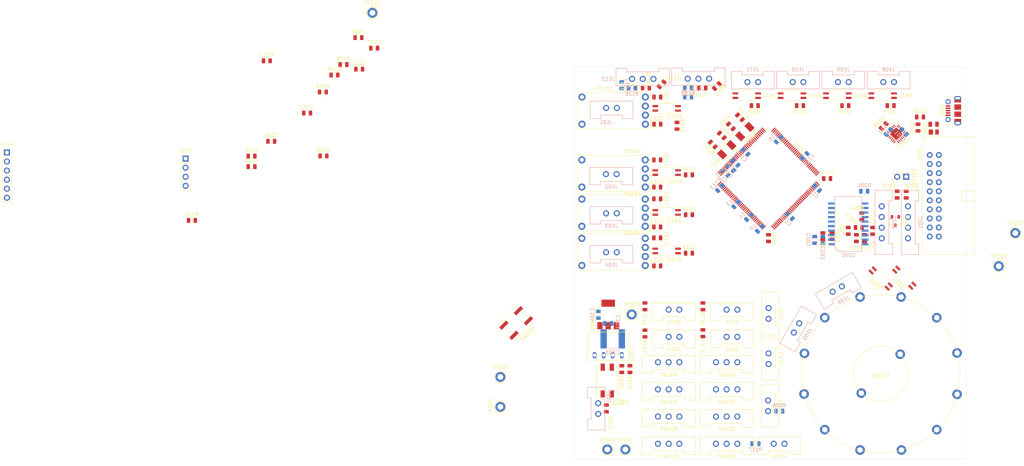
<source format=kicad_pcb>
(kicad_pcb (version 20171130) (host pcbnew "(5.0.0)")
  (layers (0 F.Cu signal) (31 B.Cu signal) (34 B.Paste user) (35 F.Paste user) (36 B.SilkS user) (37 F.SilkS user) (38 B.Mask user) (39 F.Mask user) (44 Edge.Cuts user))
  (net 0 "")
  (net 1 +12V)
  (net 2 GNDPWR)
  (net 3 GND)
  (net 4 +3V3)
  (net 5 /NRST)
  (net 6 "Net-(C107-Pad1)")
  (net 7 "Net-(C108-Pad1)")
  (net 8 "Net-(C110-Pad1)")
  (net 9 "Net-(C111-Pad1)")
  (net 10 "Net-(C120-Pad2)")
  (net 11 "Net-(C121-Pad1)")
  (net 12 /Regen_Pot)
  (net 13 /Brake_Pot)
  (net 14 +5V)
  (net 15 "Net-(C205-Pad2)")
  (net 16 "Net-(C205-Pad1)")
  (net 17 "Net-(C206-Pad2)")
  (net 18 "Net-(C206-Pad1)")
  (net 19 "Net-(C303-Pad1)")
  (net 20 "Net-(D101-Pad2)")
  (net 21 "Net-(D102-Pad2)")
  (net 22 /PA5)
  (net 23 "Net-(D103-Pad2)")
  (net 24 /PB9)
  (net 25 "Net-(D104-Pad2)")
  (net 26 "Net-(D105-Pad2)")
  (net 27 "Net-(D106-Pad2)")
  (net 28 "Net-(D107-Pad2)")
  (net 29 "Net-(D108-Pad2)")
  (net 30 "Net-(D301-Pad2)")
  (net 31 "Net-(D501-Pad4)")
  (net 32 "Net-(D501-Pad3)")
  (net 33 "Net-(D501-Pad2)")
  (net 34 "Net-(J101-Pad2)")
  (net 35 "Net-(J101-Pad1)")
  (net 36 "Net-(J102-Pad2)")
  (net 37 "Net-(J102-Pad1)")
  (net 38 "Net-(J103-Pad2)")
  (net 39 "Net-(J103-Pad1)")
  (net 40 "Net-(J104-Pad2)")
  (net 41 "Net-(J104-Pad1)")
  (net 42 /Backup)
  (net 43 /BPS_PWR)
  (net 44 /SWDIO)
  (net 45 /SWCLK)
  (net 46 "Net-(J108-Pad2)")
  (net 47 "Net-(J108-Pad1)")
  (net 48 "Net-(J109-Pad2)")
  (net 49 "Net-(J109-Pad1)")
  (net 50 "Net-(J110-Pad2)")
  (net 51 "Net-(J110-Pad1)")
  (net 52 "Net-(J111-Pad2)")
  (net 53 "Net-(J111-Pad1)")
  (net 54 "Net-(J112-Pad2)")
  (net 55 "Net-(J113-Pad2)")
  (net 56 /JTDO)
  (net 57 /JTDI)
  (net 58 /CarCAN/CAN_H)
  (net 59 /CarCAN/CAN_L)
  (net 60 /CarCAN/TERM_H)
  (net 61 /CarCAN/TERM_L)
  (net 62 "Net-(L101-Pad1)")
  (net 63 "Net-(L102-Pad1)")
  (net 64 "Net-(L103-Pad1)")
  (net 65 "Net-(L104-Pad1)")
  (net 66 "Net-(PS101-Pad3)")
  (net 67 "Net-(PS102-Pad3)")
  (net 68 "Net-(PS103-Pad3)")
  (net 69 "Net-(PS104-Pad3)")
  (net 70 "Net-(R101-Pad1)")
  (net 71 "Net-(R102-Pad1)")
  (net 72 "Net-(R103-Pad1)")
  (net 73 /PG9)
  (net 74 /PG14)
  (net 75 /PE13)
  (net 76 /PF15)
  (net 77 "Net-(R109-Pad1)")
  (net 78 "Net-(R110-Pad1)")
  (net 79 /PA6)
  (net 80 "Net-(R111-Pad1)")
  (net 81 /HeadlightPWR)
  (net 82 "Net-(R112-Pad1)")
  (net 83 "Net-(R113-Pad1)")
  (net 84 "Net-(R116-Pad1)")
  (net 85 /PD15)
  (net 86 /PF12)
  (net 87 /PA7)
  (net 88 /PD14)
  (net 89 "Net-(R121-Pad1)")
  (net 90 "Net-(R122-Pad1)")
  (net 91 "Net-(R123-Pad1)")
  (net 92 "Net-(R124-Pad1)")
  (net 93 /CarCAN/RSlope)
  (net 94 "Net-(R501-Pad1)")
  (net 95 "Net-(R503-Pad2)")
  (net 96 /PF14)
  (net 97 /PF13)
  (net 98 /PE9)
  (net 99 /PB8)
  (net 100 "Net-(SW107-Pad13)")
  (net 101 "Net-(SW107-Pad7)")
  (net 102 "Net-(SW107-Pad10)")
  (net 103 "Net-(SW107-Pad11)")
  (net 104 /CarCAN/CAN_TX)
  (net 105 /CarCAN/CAN_RX)
  (net 106 /USB/UART_TX)
  (net 107 /USB/UART_RX)
  (net 108 "Net-(J115-Pad17)")
  (net 109 "Net-(J115-Pad16)")
  (module MountingHole:MountingHole_3mm (layer F.Cu) (at 100.5 72)
    (fp_text reference H107 hide)
    (fp_text value MountingHole)
    (pad 1 np_thru_hole circle (at 0 0) (size 3 3) (drill 3) (layers *.Cu *.Mask))
  )
  (module MountingHole:MountingHole_3mm (layer F.Cu) (at 197 108)
    (fp_text reference H106 hide)
    (fp_text value MountingHole)
    (pad 1 np_thru_hole circle (at 0 0) (size 3 3) (drill 3) (layers *.Cu *.Mask))
  )
  (module MountingHole:MountingHole_3mm (layer F.Cu) (at 197 54 180)
    (fp_text reference H105 hide)
    (fp_text value MountingHole)
    (pad 1 np_thru_hole circle (at 0 0 180) (size 3 3) (drill 3) (layers *.Cu *.Mask))
  )
  (module MountingHole:MountingHole_3mm (layer F.Cu) (at 93 54)
    (fp_text reference H104 hide)
    (fp_text value MountingHole)
    (pad 1 np_thru_hole circle (at 0 0) (size 3 3) (drill 3) (layers *.Cu *.Mask))
  )
  (module MountingHole:MountingHole_3mm (layer F.Cu) (at 93 158)
    (fp_text reference H103 hide)
    (fp_text value MountingHole)
    (pad 1 np_thru_hole circle (at 0 0) (size 3 3) (drill 3) (layers *.Cu *.Mask))
  )
  (module MountingHole:MountingHole_3mm (layer F.Cu) (at 197 158)
    (fp_text reference H102 hide)
    (fp_text value MountingHole)
    (pad 1 np_thru_hole circle (at 0 0) (size 3 3) (drill 3) (layers *.Cu *.Mask))
  )
  (module MountingHole:MountingHole_3mm (layer F.Cu) (at 189 54 180)
    (fp_text reference H101 hide)
    (fp_text value MountingHole)
    (pad 1 np_thru_hole circle (at 0 0 180) (size 3 3) (drill 3) (layers *.Cu *.Mask))
  )
  (module utsvt_conn:ribbon_cable_right_2x10 (layer F.Cu) (at 189.738 75.692 270)
    (fp_text reference J115 (at 0 2.921 90) (layer F.SilkS))
    (fp_text value Gecko_Cable)
    (pad 20 thru_hole circle (at 0 -2.54 270) (size 1.651 1.651) (drill 0.889) (layers *.Cu *.Mask))
    (pad 19 thru_hole circle (at 2.54 -2.54 270) (size 1.651 1.651) (drill 0.889) (layers *.Cu *.Mask))
    (pad 18 thru_hole circle (at 5.08 -2.54 270) (size 1.651 1.651) (drill 0.889) (layers *.Cu *.Mask))
    (pad 17 thru_hole circle (at 7.62 -2.54 270) (size 1.651 1.651) (drill 0.889) (layers *.Cu *.Mask) (net 108 "Net-(J115-Pad17)"))
    (pad 16 thru_hole circle (at 10.16 -2.54 270) (size 1.651 1.651) (drill 0.889) (layers *.Cu *.Mask) (net 109 "Net-(J115-Pad16)"))
    (pad 15 thru_hole circle (at 12.7 -2.54 270) (size 1.651 1.651) (drill 0.889) (layers *.Cu *.Mask))
    (pad 14 thru_hole circle (at 15.24 -2.54 270) (size 1.651 1.651) (drill 0.889) (layers *.Cu *.Mask))
    (pad 13 thru_hole circle (at 17.78 -2.54 270) (size 1.651 1.651) (drill 0.889) (layers *.Cu *.Mask))
    (pad 12 thru_hole circle (at 20.32 -2.54 270) (size 1.651 1.651) (drill 0.889) (layers *.Cu *.Mask))
    (pad 11 thru_hole circle (at 22.86 -2.54 270) (size 1.651 1.651) (drill 0.889) (layers *.Cu *.Mask) (net 4 +3V3))
    (pad 10 thru_hole circle (at 22.86 0 270) (size 1.651 1.651) (drill 0.889) (layers *.Cu *.Mask))
    (pad 9 thru_hole circle (at 20.32 0 270) (size 1.651 1.651) (drill 0.889) (layers *.Cu *.Mask))
    (pad 8 thru_hole circle (at 17.78 0 270) (size 1.651 1.651) (drill 0.889) (layers *.Cu *.Mask))
    (pad 7 thru_hole circle (at 15.24 0 270) (size 1.651 1.651) (drill 0.889) (layers *.Cu *.Mask))
    (pad 6 thru_hole circle (at 12.7 0 270) (size 1.651 1.651) (drill 0.889) (layers *.Cu *.Mask))
    (pad 5 thru_hole circle (at 10.16 0 270) (size 1.651 1.651) (drill 0.889) (layers *.Cu *.Mask))
    (pad 4 thru_hole circle (at 7.62 0 270) (size 1.651 1.651) (drill 0.889) (layers *.Cu *.Mask))
    (pad 3 thru_hole circle (at 5.08 0 270) (size 1.651 1.651) (drill 0.889) (layers *.Cu *.Mask))
    (pad 2 thru_hole circle (at 2.54 0 270) (size 1.651 1.651) (drill 0.889) (layers *.Cu *.Mask))
    (pad 1 thru_hole circle (at 0 0 270) (size 1.651 1.651) (drill 0.889) (layers *.Cu *.Mask) (net 3 GND))
  )
  (module Crystal:Crystal_SMD_TXC_7A-2Pin_5x3.2mm (layer F.Cu) (at 137.883852 69.126148 225)
    (fp_text reference Y102 (at 0 -2.5 225) (layer F.SilkS))
    (fp_text value Crystal)
    (pad 2 smd rect (at 1.85 0 225) (size 1.7 2.4) (layers F.Cu F.Paste F.Mask) (net 11 "Net-(C121-Pad1)"))
    (pad 1 smd rect (at -1.85 0 225) (size 1.7 2.4) (layers F.Cu F.Paste F.Mask) (net 10 "Net-(C120-Pad2)"))
  )
  (module Crystal:Crystal_SMD_TXC_7A-2Pin_5x3.2mm (layer F.Cu) (at 132.803852 74.206148 45)
    (fp_text reference Y101 (at -4.723683 0.35921 45) (layer F.SilkS))
    (fp_text value Crystal)
    (pad 2 smd rect (at 1.85 0 45) (size 1.7 2.4) (layers F.Cu F.Paste F.Mask) (net 6 "Net-(C107-Pad1)"))
    (pad 1 smd rect (at -1.85 0 45) (size 1.7 2.4) (layers F.Cu F.Paste F.Mask) (net 7 "Net-(C108-Pad1)"))
  )
  (module Package_DFN_QFN:QFN-24-1EP_4x4mm_P0.5mm_EP2.6x2.6mm (layer F.Cu) (at 180.34 69.753239 225)
    (fp_text reference U501 (at 0 -3.3 225) (layer F.SilkS))
    (fp_text value CP2102N-A01-GQFN24)
    (pad 24 smd roundrect (at -1.25 -1.9375 225) (size 0.25 0.825) (layers F.Cu F.Paste F.Mask))
    (pad 23 smd roundrect (at -0.75 -1.9375 225) (size 0.25 0.825) (layers F.Cu F.Paste F.Mask))
    (pad 22 smd roundrect (at -0.25 -1.9375 225) (size 0.25 0.825) (layers F.Cu F.Paste F.Mask))
    (pad 21 smd roundrect (at 0.25 -1.9375 225) (size 0.25 0.825) (layers F.Cu F.Paste F.Mask) (net 106 /USB/UART_TX))
    (pad 20 smd roundrect (at 0.75 -1.9375 225) (size 0.25 0.825) (layers F.Cu F.Paste F.Mask) (net 107 /USB/UART_RX))
    (pad 19 smd roundrect (at 1.25 -1.9375 225) (size 0.25 0.825) (layers F.Cu F.Paste F.Mask))
    (pad 18 smd roundrect (at 1.9375 -1.25 225) (size 0.825 0.25) (layers F.Cu F.Paste F.Mask))
    (pad 17 smd roundrect (at 1.9375 -0.75 225) (size 0.825 0.25) (layers F.Cu F.Paste F.Mask))
    (pad 16 smd roundrect (at 1.9375 -0.25 225) (size 0.825 0.25) (layers F.Cu F.Paste F.Mask))
    (pad 15 smd roundrect (at 1.9375 0.25 225) (size 0.825 0.25) (layers F.Cu F.Paste F.Mask))
    (pad 14 smd roundrect (at 1.9375 0.75 225) (size 0.825 0.25) (layers F.Cu F.Paste F.Mask))
    (pad 13 smd roundrect (at 1.9375 1.25 225) (size 0.825 0.25) (layers F.Cu F.Paste F.Mask))
    (pad 12 smd roundrect (at 1.25 1.9375 225) (size 0.25 0.825) (layers F.Cu F.Paste F.Mask))
    (pad 11 smd roundrect (at 0.75 1.9375 225) (size 0.25 0.825) (layers F.Cu F.Paste F.Mask))
    (pad 10 smd roundrect (at 0.25 1.9375 225) (size 0.25 0.825) (layers F.Cu F.Paste F.Mask))
    (pad 9 smd roundrect (at -0.25 1.9375 225) (size 0.25 0.825) (layers F.Cu F.Paste F.Mask) (net 95 "Net-(R503-Pad2)"))
    (pad 8 smd roundrect (at -0.75 1.9375 225) (size 0.25 0.825) (layers F.Cu F.Paste F.Mask) (net 94 "Net-(R501-Pad1)"))
    (pad 7 smd roundrect (at -1.25 1.9375 225) (size 0.25 0.825) (layers F.Cu F.Paste F.Mask) (net 4 +3V3))
    (pad 6 smd roundrect (at -1.9375 1.25 225) (size 0.825 0.25) (layers F.Cu F.Paste F.Mask) (net 4 +3V3))
    (pad 5 smd roundrect (at -1.9375 0.75 225) (size 0.825 0.25) (layers F.Cu F.Paste F.Mask) (net 4 +3V3))
    (pad 4 smd roundrect (at -1.9375 0.25 225) (size 0.825 0.25) (layers F.Cu F.Paste F.Mask) (net 32 "Net-(D501-Pad3)"))
    (pad 3 smd roundrect (at -1.9375 -0.25 225) (size 0.825 0.25) (layers F.Cu F.Paste F.Mask) (net 31 "Net-(D501-Pad4)"))
    (pad 2 smd roundrect (at -1.9375 -0.75 225) (size 0.825 0.25) (layers F.Cu F.Paste F.Mask) (net 3 GND))
    (pad 1 smd roundrect (at -1.9375 -1.25 225) (size 0.825 0.25) (layers F.Cu F.Paste F.Mask))
    (pad 25 smd roundrect (at 0 0 225) (size 2.6 2.6) (layers F.Cu F.Mask) (roundrect_rratio 0.096154) (net 3 GND))
  )
  (module Package_TO_SOT_SMD:SOT-223-3_TabPin2 (layer F.Cu) (at 99.568 120.396 90)
    (fp_text reference U302 (at -2.642 -4.318 90) (layer F.SilkS))
    (fp_text value NCP1117-3.3_SOT223)
    (pad 1 smd rect (at -3.15 -2.3 90) (size 2 1.5) (layers F.Cu F.Paste F.Mask) (net 3 GND))
    (pad 3 smd rect (at -3.15 2.3 90) (size 2 1.5) (layers F.Cu F.Paste F.Mask) (net 14 +5V))
    (pad 2 smd rect (at -3.15 0 90) (size 2 1.5) (layers F.Cu F.Paste F.Mask) (net 4 +3V3))
    (pad 2 smd rect (at 3.15 0 90) (size 2 3.8) (layers F.Cu F.Paste F.Mask) (net 4 +3V3))
  )
  (module utsvt_ics:RI3_DC_Converter (layer F.Cu) (at 99.568 131.826)
    (fp_text reference U301 (at 6.603999 -0.254 90) (layer F.SilkS))
    (fp_text value RI3-1205S)
    (pad 4 thru_hole oval (at 3.81 0) (size 1 1.8) (drill 0.85) (layers *.Cu *.Mask) (net 14 +5V))
    (pad 3 thru_hole oval (at 1.27 0) (size 1 1.8) (drill 0.85) (layers *.Cu *.Mask) (net 3 GND))
    (pad 2 thru_hole oval (at -1.27 0) (size 1 1.8) (drill 0.85) (layers *.Cu *.Mask) (net 19 "Net-(C303-Pad1)"))
    (pad 1 thru_hole oval (at -3.81 0) (size 1 1.8) (drill 0.85) (layers *.Cu *.Mask) (net 2 GNDPWR))
  )
  (module Package_TO_SOT_SMD:SOT-23W (layer F.Cu) (at 180.086 94.234 270)
    (fp_text reference U202 (at 0 -2.5 270) (layer F.SilkS))
    (fp_text value CDSOT23-T24CAN)
    (pad 3 smd rect (at 1.2 0 270) (size 1 0.7) (layers F.Cu F.Paste F.Mask) (net 17 "Net-(C206-Pad2)"))
    (pad 2 smd rect (at -1.2 0.95 270) (size 1 0.7) (layers F.Cu F.Paste F.Mask) (net 59 /CarCAN/CAN_L))
    (pad 1 smd rect (at -1.2 -0.95 270) (size 1 0.7) (layers F.Cu F.Paste F.Mask) (net 58 /CarCAN/CAN_H))
  )
  (module utsvt_ics:SOIC-20W_7.5x15.4mm_Pitch1.27mm (layer B.Cu) (at 166.878 94.996)
    (fp_text reference U201 (at 0 8.8) (layer B.SilkS) (effects (justify mirror)))
    (fp_text value ADM3055E)
    (pad 20 smd rect (at 4.7 5.715) (size 1.95 0.6) (layers B.Cu B.Paste B.Mask) (net 15 "Net-(C205-Pad2)"))
    (pad 19 smd rect (at 4.7 4.445) (size 1.95 0.6) (layers B.Cu B.Paste B.Mask) (net 16 "Net-(C205-Pad1)"))
    (pad 18 smd rect (at 4.7 3.175) (size 1.95 0.6) (layers B.Cu B.Paste B.Mask) (net 15 "Net-(C205-Pad2)"))
    (pad 17 smd rect (at 4.7 1.905) (size 1.95 0.6) (layers B.Cu B.Paste B.Mask))
    (pad 16 smd rect (at 4.7 0.635) (size 1.95 0.6) (layers B.Cu B.Paste B.Mask) (net 18 "Net-(C206-Pad1)"))
    (pad 15 smd rect (at 4.7 -0.635) (size 1.95 0.6) (layers B.Cu B.Paste B.Mask) (net 17 "Net-(C206-Pad2)"))
    (pad 14 smd rect (at 4.7 -1.905) (size 1.95 0.6) (layers B.Cu B.Paste B.Mask) (net 58 /CarCAN/CAN_H))
    (pad 13 smd rect (at 4.7 -3.175) (size 1.95 0.6) (layers B.Cu B.Paste B.Mask) (net 59 /CarCAN/CAN_L))
    (pad 12 smd rect (at 4.7 -4.445) (size 1.95 0.6) (layers B.Cu B.Paste B.Mask) (net 93 /CarCAN/RSlope))
    (pad 11 smd rect (at 4.7 -5.715) (size 1.95 0.6) (layers B.Cu B.Paste B.Mask) (net 17 "Net-(C206-Pad2)"))
    (pad 10 smd rect (at -4.7 -5.715) (size 1.95 0.6) (layers B.Cu B.Paste B.Mask) (net 3 GND))
    (pad 9 smd rect (at -4.7 -4.445) (size 1.95 0.6) (layers B.Cu B.Paste B.Mask))
    (pad 8 smd rect (at -4.7 -3.175) (size 1.95 0.6) (layers B.Cu B.Paste B.Mask))
    (pad 7 smd rect (at -4.7 -1.905) (size 1.95 0.6) (layers B.Cu B.Paste B.Mask) (net 104 /CarCAN/CAN_TX))
    (pad 6 smd rect (at -4.7 -0.635) (size 1.95 0.6) (layers B.Cu B.Paste B.Mask))
    (pad 5 smd rect (at -4.7 0.635) (size 1.95 0.6) (layers B.Cu B.Paste B.Mask) (net 105 /CarCAN/CAN_RX))
    (pad 4 smd rect (at -4.7 1.905) (size 1.95 0.6) (layers B.Cu B.Paste B.Mask) (net 4 +3V3))
    (pad 3 smd rect (at -4.7 3.175) (size 1.95 0.6) (layers B.Cu B.Paste B.Mask) (net 14 +5V))
    (pad 2 smd rect (at -4.7 4.445) (size 1.95 0.6) (layers B.Cu B.Paste B.Mask) (net 3 GND))
    (pad 1 smd rect (at -4.7 5.715) (size 1.95 0.6) (layers B.Cu B.Paste B.Mask) (net 3 GND))
  )
  (module Package_SO:SOP-4_4.4x2.6mm_P1.27mm (layer F.Cu) (at 138.4175 59.055)
    (fp_text reference U111 (at 6.3625 0) (layer F.SilkS))
    (fp_text value EL3H7)
    (pad 4 smd roundrect (at 3.1875 -0.635) (size 1.625 0.6) (layers F.Cu F.Paste F.Mask) (net 53 "Net-(J111-Pad1)"))
    (pad 3 smd roundrect (at 3.1875 0.635) (size 1.625 0.6) (layers F.Cu F.Paste F.Mask) (net 52 "Net-(J111-Pad2)"))
    (pad 2 smd roundrect (at -3.1875 0.635) (size 1.625 0.6) (layers F.Cu F.Paste F.Mask) (net 3 GND))
    (pad 1 smd roundrect (at -3.1875 -0.635) (size 1.625 0.6) (layers F.Cu F.Paste F.Mask) (net 92 "Net-(R124-Pad1)"))
  )
  (module Package_SO:SOP-4_4.4x2.6mm_P1.27mm (layer F.Cu) (at 151.1175 59.055)
    (fp_text reference U110 (at 6.35 0) (layer F.SilkS))
    (fp_text value EL3H7)
    (pad 4 smd roundrect (at 3.1875 -0.635) (size 1.625 0.6) (layers F.Cu F.Paste F.Mask) (net 51 "Net-(J110-Pad1)"))
    (pad 3 smd roundrect (at 3.1875 0.635) (size 1.625 0.6) (layers F.Cu F.Paste F.Mask) (net 50 "Net-(J110-Pad2)"))
    (pad 2 smd roundrect (at -3.1875 0.635) (size 1.625 0.6) (layers F.Cu F.Paste F.Mask) (net 3 GND))
    (pad 1 smd roundrect (at -3.1875 -0.635) (size 1.625 0.6) (layers F.Cu F.Paste F.Mask) (net 91 "Net-(R123-Pad1)"))
  )
  (module Package_SO:SOP-4_4.4x2.6mm_P1.27mm (layer F.Cu) (at 163.83 59.055)
    (fp_text reference U109 (at 6.35 0) (layer F.SilkS))
    (fp_text value EL3H7)
    (pad 4 smd roundrect (at 3.1875 -0.635) (size 1.625 0.6) (layers F.Cu F.Paste F.Mask) (net 49 "Net-(J109-Pad1)"))
    (pad 3 smd roundrect (at 3.1875 0.635) (size 1.625 0.6) (layers F.Cu F.Paste F.Mask) (net 48 "Net-(J109-Pad2)"))
    (pad 2 smd roundrect (at -3.1875 0.635) (size 1.625 0.6) (layers F.Cu F.Paste F.Mask) (net 3 GND))
    (pad 1 smd roundrect (at -3.1875 -0.635) (size 1.625 0.6) (layers F.Cu F.Paste F.Mask) (net 90 "Net-(R122-Pad1)"))
  )
  (module Package_SO:SOP-4_4.4x2.6mm_P1.27mm (layer F.Cu) (at 176.53 59.055)
    (fp_text reference U108 (at 6.35 0 180) (layer F.SilkS))
    (fp_text value EL3H7)
    (pad 4 smd roundrect (at 3.1875 -0.635) (size 1.625 0.6) (layers F.Cu F.Paste F.Mask) (net 47 "Net-(J108-Pad1)"))
    (pad 3 smd roundrect (at 3.1875 0.635) (size 1.625 0.6) (layers F.Cu F.Paste F.Mask) (net 46 "Net-(J108-Pad2)"))
    (pad 2 smd roundrect (at -3.1875 0.635) (size 1.625 0.6) (layers F.Cu F.Paste F.Mask) (net 3 GND))
    (pad 1 smd roundrect (at -3.1875 -0.635) (size 1.625 0.6) (layers F.Cu F.Paste F.Mask) (net 89 "Net-(R121-Pad1)"))
  )
  (module Package_QFP:LQFP-144_20x20mm_P0.5mm (layer F.Cu) (at 144.526 82.296 315)
    (fp_text reference U107 (at 0 -12.35 315) (layer F.SilkS))
    (fp_text value STM32F413ZHTx)
    (pad 144 smd roundrect (at -8.75 -10.6625 315) (size 0.3 1.475) (layers F.Cu F.Paste F.Mask) (net 4 +3V3))
    (pad 143 smd roundrect (at -8.25 -10.6625 315) (size 0.3 1.475) (layers F.Cu F.Paste F.Mask) (net 4 +3V3))
    (pad 142 smd roundrect (at -7.75 -10.6625 315) (size 0.3 1.475) (layers F.Cu F.Paste F.Mask))
    (pad 141 smd roundrect (at -7.25 -10.6625 315) (size 0.3 1.475) (layers F.Cu F.Paste F.Mask))
    (pad 140 smd roundrect (at -6.75 -10.6625 315) (size 0.3 1.475) (layers F.Cu F.Paste F.Mask) (net 24 /PB9))
    (pad 139 smd roundrect (at -6.25 -10.6625 315) (size 0.3 1.475) (layers F.Cu F.Paste F.Mask) (net 99 /PB8))
    (pad 138 smd roundrect (at -5.75 -10.6625 315) (size 0.3 1.475) (layers F.Cu F.Paste F.Mask) (net 84 "Net-(R116-Pad1)"))
    (pad 137 smd roundrect (at -5.25 -10.6625 315) (size 0.3 1.475) (layers F.Cu F.Paste F.Mask))
    (pad 136 smd roundrect (at -4.75 -10.6625 315) (size 0.3 1.475) (layers F.Cu F.Paste F.Mask))
    (pad 135 smd roundrect (at -4.25 -10.6625 315) (size 0.3 1.475) (layers F.Cu F.Paste F.Mask))
    (pad 134 smd roundrect (at -3.75 -10.6625 315) (size 0.3 1.475) (layers F.Cu F.Paste F.Mask))
    (pad 133 smd roundrect (at -3.25 -10.6625 315) (size 0.3 1.475) (layers F.Cu F.Paste F.Mask) (net 56 /JTDO))
    (pad 132 smd roundrect (at -2.75 -10.6625 315) (size 0.3 1.475) (layers F.Cu F.Paste F.Mask))
    (pad 131 smd roundrect (at -2.25 -10.6625 315) (size 0.3 1.475) (layers F.Cu F.Paste F.Mask) (net 4 +3V3))
    (pad 130 smd roundrect (at -1.75 -10.6625 315) (size 0.3 1.475) (layers F.Cu F.Paste F.Mask) (net 3 GND))
    (pad 129 smd roundrect (at -1.25 -10.6625 315) (size 0.3 1.475) (layers F.Cu F.Paste F.Mask) (net 74 /PG14))
    (pad 128 smd roundrect (at -0.75 -10.6625 315) (size 0.3 1.475) (layers F.Cu F.Paste F.Mask))
    (pad 127 smd roundrect (at -0.25 -10.6625 315) (size 0.3 1.475) (layers F.Cu F.Paste F.Mask))
    (pad 126 smd roundrect (at 0.25 -10.6625 315) (size 0.3 1.475) (layers F.Cu F.Paste F.Mask))
    (pad 125 smd roundrect (at 0.75 -10.6625 315) (size 0.3 1.475) (layers F.Cu F.Paste F.Mask))
    (pad 124 smd roundrect (at 1.25 -10.6625 315) (size 0.3 1.475) (layers F.Cu F.Paste F.Mask) (net 73 /PG9))
    (pad 123 smd roundrect (at 1.75 -10.6625 315) (size 0.3 1.475) (layers F.Cu F.Paste F.Mask))
    (pad 122 smd roundrect (at 2.25 -10.6625 315) (size 0.3 1.475) (layers F.Cu F.Paste F.Mask))
    (pad 121 smd roundrect (at 2.75 -10.6625 315) (size 0.3 1.475) (layers F.Cu F.Paste F.Mask) (net 4 +3V3))
    (pad 120 smd roundrect (at 3.25 -10.6625 315) (size 0.3 1.475) (layers F.Cu F.Paste F.Mask) (net 3 GND))
    (pad 119 smd roundrect (at 3.75 -10.6625 315) (size 0.3 1.475) (layers F.Cu F.Paste F.Mask))
    (pad 118 smd roundrect (at 4.25 -10.6625 315) (size 0.3 1.475) (layers F.Cu F.Paste F.Mask))
    (pad 117 smd roundrect (at 4.75 -10.6625 315) (size 0.3 1.475) (layers F.Cu F.Paste F.Mask))
    (pad 116 smd roundrect (at 5.25 -10.6625 315) (size 0.3 1.475) (layers F.Cu F.Paste F.Mask))
    (pad 115 smd roundrect (at 5.75 -10.6625 315) (size 0.3 1.475) (layers F.Cu F.Paste F.Mask) (net 104 /CarCAN/CAN_TX))
    (pad 114 smd roundrect (at 6.25 -10.6625 315) (size 0.3 1.475) (layers F.Cu F.Paste F.Mask) (net 105 /CarCAN/CAN_RX))
    (pad 113 smd roundrect (at 6.75 -10.6625 315) (size 0.3 1.475) (layers F.Cu F.Paste F.Mask))
    (pad 112 smd roundrect (at 7.25 -10.6625 315) (size 0.3 1.475) (layers F.Cu F.Paste F.Mask))
    (pad 111 smd roundrect (at 7.75 -10.6625 315) (size 0.3 1.475) (layers F.Cu F.Paste F.Mask))
    (pad 110 smd roundrect (at 8.25 -10.6625 315) (size 0.3 1.475) (layers F.Cu F.Paste F.Mask) (net 57 /JTDI))
    (pad 109 smd roundrect (at 8.75 -10.6625 315) (size 0.3 1.475) (layers F.Cu F.Paste F.Mask) (net 45 /SWCLK))
    (pad 108 smd roundrect (at 10.6625 -8.75 315) (size 1.475 0.3) (layers F.Cu F.Paste F.Mask) (net 4 +3V3))
    (pad 107 smd roundrect (at 10.6625 -8.25 315) (size 1.475 0.3) (layers F.Cu F.Paste F.Mask) (net 3 GND))
    (pad 106 smd roundrect (at 10.6625 -7.75 315) (size 1.475 0.3) (layers F.Cu F.Paste F.Mask) (net 9 "Net-(C111-Pad1)"))
    (pad 105 smd roundrect (at 10.6625 -7.25 315) (size 1.475 0.3) (layers F.Cu F.Paste F.Mask) (net 44 /SWDIO))
    (pad 104 smd roundrect (at 10.6625 -6.75 315) (size 1.475 0.3) (layers F.Cu F.Paste F.Mask))
    (pad 103 smd roundrect (at 10.6625 -6.25 315) (size 1.475 0.3) (layers F.Cu F.Paste F.Mask))
    (pad 102 smd roundrect (at 10.6625 -5.75 315) (size 1.475 0.3) (layers F.Cu F.Paste F.Mask))
    (pad 101 smd roundrect (at 10.6625 -5.25 315) (size 1.475 0.3) (layers F.Cu F.Paste F.Mask))
    (pad 100 smd roundrect (at 10.6625 -4.75 315) (size 1.475 0.3) (layers F.Cu F.Paste F.Mask))
    (pad 99 smd roundrect (at 10.6625 -4.25 315) (size 1.475 0.3) (layers F.Cu F.Paste F.Mask))
    (pad 98 smd roundrect (at 10.6625 -3.75 315) (size 1.475 0.3) (layers F.Cu F.Paste F.Mask))
    (pad 97 smd roundrect (at 10.6625 -3.25 315) (size 1.475 0.3) (layers F.Cu F.Paste F.Mask))
    (pad 96 smd roundrect (at 10.6625 -2.75 315) (size 1.475 0.3) (layers F.Cu F.Paste F.Mask))
    (pad 95 smd roundrect (at 10.6625 -2.25 315) (size 1.475 0.3) (layers F.Cu F.Paste F.Mask) (net 4 +3V3))
    (pad 94 smd roundrect (at 10.6625 -1.75 315) (size 1.475 0.3) (layers F.Cu F.Paste F.Mask) (net 3 GND))
    (pad 93 smd roundrect (at 10.6625 -1.25 315) (size 1.475 0.3) (layers F.Cu F.Paste F.Mask))
    (pad 92 smd roundrect (at 10.6625 -0.75 315) (size 1.475 0.3) (layers F.Cu F.Paste F.Mask))
    (pad 91 smd roundrect (at 10.6625 -0.25 315) (size 1.475 0.3) (layers F.Cu F.Paste F.Mask))
    (pad 90 smd roundrect (at 10.6625 0.25 315) (size 1.475 0.3) (layers F.Cu F.Paste F.Mask))
    (pad 89 smd roundrect (at 10.6625 0.75 315) (size 1.475 0.3) (layers F.Cu F.Paste F.Mask))
    (pad 88 smd roundrect (at 10.6625 1.25 315) (size 1.475 0.3) (layers F.Cu F.Paste F.Mask))
    (pad 87 smd roundrect (at 10.6625 1.75 315) (size 1.475 0.3) (layers F.Cu F.Paste F.Mask))
    (pad 86 smd roundrect (at 10.6625 2.25 315) (size 1.475 0.3) (layers F.Cu F.Paste F.Mask) (net 85 /PD15))
    (pad 85 smd roundrect (at 10.6625 2.75 315) (size 1.475 0.3) (layers F.Cu F.Paste F.Mask) (net 88 /PD14))
    (pad 84 smd roundrect (at 10.6625 3.25 315) (size 1.475 0.3) (layers F.Cu F.Paste F.Mask) (net 4 +3V3))
    (pad 83 smd roundrect (at 10.6625 3.75 315) (size 1.475 0.3) (layers F.Cu F.Paste F.Mask) (net 3 GND))
    (pad 82 smd roundrect (at 10.6625 4.25 315) (size 1.475 0.3) (layers F.Cu F.Paste F.Mask))
    (pad 81 smd roundrect (at 10.6625 4.75 315) (size 1.475 0.3) (layers F.Cu F.Paste F.Mask))
    (pad 80 smd roundrect (at 10.6625 5.25 315) (size 1.475 0.3) (layers F.Cu F.Paste F.Mask))
    (pad 79 smd roundrect (at 10.6625 5.75 315) (size 1.475 0.3) (layers F.Cu F.Paste F.Mask))
    (pad 78 smd roundrect (at 10.6625 6.25 315) (size 1.475 0.3) (layers F.Cu F.Paste F.Mask) (net 106 /USB/UART_TX))
    (pad 77 smd roundrect (at 10.6625 6.75 315) (size 1.475 0.3) (layers F.Cu F.Paste F.Mask) (net 107 /USB/UART_RX))
    (pad 76 smd roundrect (at 10.6625 7.25 315) (size 1.475 0.3) (layers F.Cu F.Paste F.Mask))
    (pad 75 smd roundrect (at 10.6625 7.75 315) (size 1.475 0.3) (layers F.Cu F.Paste F.Mask))
    (pad 74 smd roundrect (at 10.6625 8.25 315) (size 1.475 0.3) (layers F.Cu F.Paste F.Mask))
    (pad 73 smd roundrect (at 10.6625 8.75 315) (size 1.475 0.3) (layers F.Cu F.Paste F.Mask))
    (pad 72 smd roundrect (at 8.75 10.6625 315) (size 0.3 1.475) (layers F.Cu F.Paste F.Mask) (net 4 +3V3))
    (pad 71 smd roundrect (at 8.25 10.6625 315) (size 0.3 1.475) (layers F.Cu F.Paste F.Mask) (net 8 "Net-(C110-Pad1)"))
    (pad 70 smd roundrect (at 7.75 10.6625 315) (size 0.3 1.475) (layers F.Cu F.Paste F.Mask))
    (pad 69 smd roundrect (at 7.25 10.6625 315) (size 0.3 1.475) (layers F.Cu F.Paste F.Mask))
    (pad 68 smd roundrect (at 6.75 10.6625 315) (size 0.3 1.475) (layers F.Cu F.Paste F.Mask))
    (pad 67 smd roundrect (at 6.25 10.6625 315) (size 0.3 1.475) (layers F.Cu F.Paste F.Mask))
    (pad 66 smd roundrect (at 5.75 10.6625 315) (size 0.3 1.475) (layers F.Cu F.Paste F.Mask) (net 75 /PE13))
    (pad 65 smd roundrect (at 5.25 10.6625 315) (size 0.3 1.475) (layers F.Cu F.Paste F.Mask))
    (pad 64 smd roundrect (at 4.75 10.6625 315) (size 0.3 1.475) (layers F.Cu F.Paste F.Mask))
    (pad 63 smd roundrect (at 4.25 10.6625 315) (size 0.3 1.475) (layers F.Cu F.Paste F.Mask))
    (pad 62 smd roundrect (at 3.75 10.6625 315) (size 0.3 1.475) (layers F.Cu F.Paste F.Mask) (net 4 +3V3))
    (pad 61 smd roundrect (at 3.25 10.6625 315) (size 0.3 1.475) (layers F.Cu F.Paste F.Mask) (net 3 GND))
    (pad 60 smd roundrect (at 2.75 10.6625 315) (size 0.3 1.475) (layers F.Cu F.Paste F.Mask) (net 98 /PE9))
    (pad 59 smd roundrect (at 2.25 10.6625 315) (size 0.3 1.475) (layers F.Cu F.Paste F.Mask) (net 108 "Net-(J115-Pad17)"))
    (pad 58 smd roundrect (at 1.75 10.6625 315) (size 0.3 1.475) (layers F.Cu F.Paste F.Mask) (net 109 "Net-(J115-Pad16)"))
    (pad 57 smd roundrect (at 1.25 10.6625 315) (size 0.3 1.475) (layers F.Cu F.Paste F.Mask))
    (pad 56 smd roundrect (at 0.75 10.6625 315) (size 0.3 1.475) (layers F.Cu F.Paste F.Mask))
    (pad 55 smd roundrect (at 0.25 10.6625 315) (size 0.3 1.475) (layers F.Cu F.Paste F.Mask) (net 76 /PF15))
    (pad 54 smd roundrect (at -0.25 10.6625 315) (size 0.3 1.475) (layers F.Cu F.Paste F.Mask) (net 96 /PF14))
    (pad 53 smd roundrect (at -0.75 10.6625 315) (size 0.3 1.475) (layers F.Cu F.Paste F.Mask) (net 97 /PF13))
    (pad 52 smd roundrect (at -1.25 10.6625 315) (size 0.3 1.475) (layers F.Cu F.Paste F.Mask) (net 4 +3V3))
    (pad 51 smd roundrect (at -1.75 10.6625 315) (size 0.3 1.475) (layers F.Cu F.Paste F.Mask) (net 3 GND))
    (pad 50 smd roundrect (at -2.25 10.6625 315) (size 0.3 1.475) (layers F.Cu F.Paste F.Mask) (net 86 /PF12))
    (pad 49 smd roundrect (at -2.75 10.6625 315) (size 0.3 1.475) (layers F.Cu F.Paste F.Mask))
    (pad 48 smd roundrect (at -3.25 10.6625 315) (size 0.3 1.475) (layers F.Cu F.Paste F.Mask))
    (pad 47 smd roundrect (at -3.75 10.6625 315) (size 0.3 1.475) (layers F.Cu F.Paste F.Mask))
    (pad 46 smd roundrect (at -4.25 10.6625 315) (size 0.3 1.475) (layers F.Cu F.Paste F.Mask))
    (pad 45 smd roundrect (at -4.75 10.6625 315) (size 0.3 1.475) (layers F.Cu F.Paste F.Mask))
    (pad 44 smd roundrect (at -5.25 10.6625 315) (size 0.3 1.475) (layers F.Cu F.Paste F.Mask))
    (pad 43 smd roundrect (at -5.75 10.6625 315) (size 0.3 1.475) (layers F.Cu F.Paste F.Mask) (net 87 /PA7))
    (pad 42 smd roundrect (at -6.25 10.6625 315) (size 0.3 1.475) (layers F.Cu F.Paste F.Mask) (net 79 /PA6))
    (pad 41 smd roundrect (at -6.75 10.6625 315) (size 0.3 1.475) (layers F.Cu F.Paste F.Mask) (net 22 /PA5))
    (pad 40 smd roundrect (at -7.25 10.6625 315) (size 0.3 1.475) (layers F.Cu F.Paste F.Mask))
    (pad 39 smd roundrect (at -7.75 10.6625 315) (size 0.3 1.475) (layers F.Cu F.Paste F.Mask) (net 4 +3V3))
    (pad 38 smd roundrect (at -8.25 10.6625 315) (size 0.3 1.475) (layers F.Cu F.Paste F.Mask) (net 3 GND))
    (pad 37 smd roundrect (at -8.75 10.6625 315) (size 0.3 1.475) (layers F.Cu F.Paste F.Mask) (net 13 /Brake_Pot))
    (pad 36 smd roundrect (at -10.6625 8.75 315) (size 1.475 0.3) (layers F.Cu F.Paste F.Mask))
    (pad 35 smd roundrect (at -10.6625 8.25 315) (size 1.475 0.3) (layers F.Cu F.Paste F.Mask))
    (pad 34 smd roundrect (at -10.6625 7.75 315) (size 1.475 0.3) (layers F.Cu F.Paste F.Mask))
    (pad 33 smd roundrect (at -10.6625 7.25 315) (size 1.475 0.3) (layers F.Cu F.Paste F.Mask) (net 4 +3V3))
    (pad 32 smd roundrect (at -10.6625 6.75 315) (size 1.475 0.3) (layers F.Cu F.Paste F.Mask) (net 4 +3V3))
    (pad 31 smd roundrect (at -10.6625 6.25 315) (size 1.475 0.3) (layers F.Cu F.Paste F.Mask) (net 3 GND))
    (pad 30 smd roundrect (at -10.6625 5.75 315) (size 1.475 0.3) (layers F.Cu F.Paste F.Mask) (net 4 +3V3))
    (pad 29 smd roundrect (at -10.6625 5.25 315) (size 1.475 0.3) (layers F.Cu F.Paste F.Mask))
    (pad 28 smd roundrect (at -10.6625 4.75 315) (size 1.475 0.3) (layers F.Cu F.Paste F.Mask))
    (pad 27 smd roundrect (at -10.6625 4.25 315) (size 1.475 0.3) (layers F.Cu F.Paste F.Mask))
    (pad 26 smd roundrect (at -10.6625 3.75 315) (size 1.475 0.3) (layers F.Cu F.Paste F.Mask) (net 12 /Regen_Pot))
    (pad 25 smd roundrect (at -10.6625 3.25 315) (size 1.475 0.3) (layers F.Cu F.Paste F.Mask) (net 5 /NRST))
    (pad 24 smd roundrect (at -10.6625 2.75 315) (size 1.475 0.3) (layers F.Cu F.Paste F.Mask) (net 7 "Net-(C108-Pad1)"))
    (pad 23 smd roundrect (at -10.6625 2.25 315) (size 1.475 0.3) (layers F.Cu F.Paste F.Mask) (net 6 "Net-(C107-Pad1)"))
    (pad 22 smd roundrect (at -10.6625 1.75 315) (size 1.475 0.3) (layers F.Cu F.Paste F.Mask))
    (pad 21 smd roundrect (at -10.6625 1.25 315) (size 1.475 0.3) (layers F.Cu F.Paste F.Mask))
    (pad 20 smd roundrect (at -10.6625 0.75 315) (size 1.475 0.3) (layers F.Cu F.Paste F.Mask))
    (pad 19 smd roundrect (at -10.6625 0.25 315) (size 1.475 0.3) (layers F.Cu F.Paste F.Mask))
    (pad 18 smd roundrect (at -10.6625 -0.25 315) (size 1.475 0.3) (layers F.Cu F.Paste F.Mask))
    (pad 17 smd roundrect (at -10.6625 -0.75 315) (size 1.475 0.3) (layers F.Cu F.Paste F.Mask) (net 4 +3V3))
    (pad 16 smd roundrect (at -10.6625 -1.25 315) (size 1.475 0.3) (layers F.Cu F.Paste F.Mask) (net 3 GND))
    (pad 15 smd roundrect (at -10.6625 -1.75 315) (size 1.475 0.3) (layers F.Cu F.Paste F.Mask))
    (pad 14 smd roundrect (at -10.6625 -2.25 315) (size 1.475 0.3) (layers F.Cu F.Paste F.Mask))
    (pad 13 smd roundrect (at -10.6625 -2.75 315) (size 1.475 0.3) (layers F.Cu F.Paste F.Mask))
    (pad 12 smd roundrect (at -10.6625 -3.25 315) (size 1.475 0.3) (layers F.Cu F.Paste F.Mask))
    (pad 11 smd roundrect (at -10.6625 -3.75 315) (size 1.475 0.3) (layers F.Cu F.Paste F.Mask))
    (pad 10 smd roundrect (at -10.6625 -4.25 315) (size 1.475 0.3) (layers F.Cu F.Paste F.Mask))
    (pad 9 smd roundrect (at -10.6625 -4.75 315) (size 1.475 0.3) (layers F.Cu F.Paste F.Mask) (net 11 "Net-(C121-Pad1)"))
    (pad 8 smd roundrect (at -10.6625 -5.25 315) (size 1.475 0.3) (layers F.Cu F.Paste F.Mask) (net 10 "Net-(C120-Pad2)"))
    (pad 7 smd roundrect (at -10.6625 -5.75 315) (size 1.475 0.3) (layers F.Cu F.Paste F.Mask))
    (pad 6 smd roundrect (at -10.6625 -6.25 315) (size 1.475 0.3) (layers F.Cu F.Paste F.Mask) (net 4 +3V3))
    (pad 5 smd roundrect (at -10.6625 -6.75 315) (size 1.475 0.3) (layers F.Cu F.Paste F.Mask))
    (pad 4 smd roundrect (at -10.6625 -7.25 315) (size 1.475 0.3) (layers F.Cu F.Paste F.Mask))
    (pad 3 smd roundrect (at -10.6625 -7.75 315) (size 1.475 0.3) (layers F.Cu F.Paste F.Mask))
    (pad 2 smd roundrect (at -10.6625 -8.25 315) (size 1.475 0.3) (layers F.Cu F.Paste F.Mask))
    (pad 1 smd roundrect (at -10.6625 -8.75 315) (size 1.475 0.3) (layers F.Cu F.Paste F.Mask))
  )
  (module Package_SO:SOP-4_4.4x2.6mm_P1.27mm (layer F.Cu) (at 115.9625 102.591 180)
    (fp_text reference U106 (at -2.1465 -2.413) (layer F.SilkS))
    (fp_text value EL3H7)
    (pad 4 smd roundrect (at 3.1875 -0.635 180) (size 1.625 0.6) (layers F.Cu F.Paste F.Mask) (net 1 +12V))
    (pad 3 smd roundrect (at 3.1875 0.635 180) (size 1.625 0.6) (layers F.Cu F.Paste F.Mask) (net 69 "Net-(PS104-Pad3)"))
    (pad 2 smd roundrect (at -3.1875 0.635 180) (size 1.625 0.6) (layers F.Cu F.Paste F.Mask) (net 3 GND))
    (pad 1 smd roundrect (at -3.1875 -0.635 180) (size 1.625 0.6) (layers F.Cu F.Paste F.Mask) (net 82 "Net-(R112-Pad1)"))
  )
  (module Package_SO:SOP-4_4.4x2.6mm_P1.27mm (layer F.Cu) (at 115.9625 91.796 180)
    (fp_text reference U105 (at -2.1465 -2.413) (layer F.SilkS))
    (fp_text value EL3H7)
    (pad 4 smd roundrect (at 3.1875 -0.635 180) (size 1.625 0.6) (layers F.Cu F.Paste F.Mask) (net 1 +12V))
    (pad 3 smd roundrect (at 3.1875 0.635 180) (size 1.625 0.6) (layers F.Cu F.Paste F.Mask) (net 68 "Net-(PS103-Pad3)"))
    (pad 2 smd roundrect (at -3.1875 0.635 180) (size 1.625 0.6) (layers F.Cu F.Paste F.Mask) (net 3 GND))
    (pad 1 smd roundrect (at -3.1875 -0.635 180) (size 1.625 0.6) (layers F.Cu F.Paste F.Mask) (net 80 "Net-(R111-Pad1)"))
  )
  (module Package_SO:SOP-4_4.4x2.6mm_P1.27mm (layer F.Cu) (at 115.9625 80.62 180)
    (fp_text reference U104 (at -2.4005 -2.413) (layer F.SilkS))
    (fp_text value EL3H7)
    (pad 4 smd roundrect (at 3.1875 -0.635 180) (size 1.625 0.6) (layers F.Cu F.Paste F.Mask) (net 1 +12V))
    (pad 3 smd roundrect (at 3.1875 0.635 180) (size 1.625 0.6) (layers F.Cu F.Paste F.Mask) (net 67 "Net-(PS102-Pad3)"))
    (pad 2 smd roundrect (at -3.1875 0.635 180) (size 1.625 0.6) (layers F.Cu F.Paste F.Mask) (net 3 GND))
    (pad 1 smd roundrect (at -3.1875 -0.635 180) (size 1.625 0.6) (layers F.Cu F.Paste F.Mask) (net 78 "Net-(R110-Pad1)"))
  )
  (module Package_SO:SOP-4_4.4x2.6mm_P1.27mm (layer F.Cu) (at 115.9635 62.611 180)
    (fp_text reference U103 (at -2.286 -2.286) (layer F.SilkS))
    (fp_text value EL3H7)
    (pad 4 smd roundrect (at 3.1875 -0.635 180) (size 1.625 0.6) (layers F.Cu F.Paste F.Mask) (net 1 +12V))
    (pad 3 smd roundrect (at 3.1875 0.635 180) (size 1.625 0.6) (layers F.Cu F.Paste F.Mask) (net 66 "Net-(PS101-Pad3)"))
    (pad 2 smd roundrect (at -3.1875 0.635 180) (size 1.625 0.6) (layers F.Cu F.Paste F.Mask) (net 3 GND))
    (pad 1 smd roundrect (at -3.1875 -0.635 180) (size 1.625 0.6) (layers F.Cu F.Paste F.Mask) (net 77 "Net-(R109-Pad1)"))
  )
  (module Package_SO:SOP-4_4.4x2.6mm_P1.27mm (layer F.Cu) (at 182.59911 110.073084 135)
    (fp_text reference U102 (at 0 -2.25 135) (layer F.SilkS))
    (fp_text value EL3H7)
    (pad 4 smd roundrect (at 3.1875 -0.635 135) (size 1.625 0.6) (layers F.Cu F.Paste F.Mask) (net 74 /PG14))
    (pad 3 smd roundrect (at 3.1875 0.635 135) (size 1.625 0.6) (layers F.Cu F.Paste F.Mask) (net 3 GND))
    (pad 2 smd roundrect (at -3.1875 0.635 135) (size 1.625 0.6) (layers F.Cu F.Paste F.Mask) (net 2 GNDPWR))
    (pad 1 smd roundrect (at -3.1875 -0.635 135) (size 1.625 0.6) (layers F.Cu F.Paste F.Mask) (net 101 "Net-(SW107-Pad7)"))
  )
  (module Package_SO:SOP-4_4.4x2.6mm_P1.27mm (layer F.Cu) (at 175.99511 110.327084 135)
    (fp_text reference U101 (at 0 -2.25 135) (layer F.SilkS))
    (fp_text value EL3H7)
    (pad 4 smd roundrect (at 3.1875 -0.635 135) (size 1.625 0.6) (layers F.Cu F.Paste F.Mask) (net 73 /PG9))
    (pad 3 smd roundrect (at 3.1875 0.635 135) (size 1.625 0.6) (layers F.Cu F.Paste F.Mask) (net 3 GND))
    (pad 2 smd roundrect (at -3.1875 0.635 135) (size 1.625 0.6) (layers F.Cu F.Paste F.Mask) (net 2 GNDPWR))
    (pad 1 smd roundrect (at -3.1875 -0.635 135) (size 1.625 0.6) (layers F.Cu F.Paste F.Mask) (net 102 "Net-(SW107-Pad10)"))
  )
  (module TestPoint:TestPoint_Keystone_5005-5009_Compact (layer F.Cu) (at 69.342 137.922)
    (fp_text reference TP305 (at 0 -2.75) (layer F.SilkS))
    (fp_text value +3.3V_TP)
    (pad 1 thru_hole circle (at 0 0) (size 2.8 2.8) (drill 1.6) (layers *.Cu *.Mask) (net 4 +3V3))
  )
  (module TestPoint:TestPoint_Keystone_5005-5009_Compact (layer F.Cu) (at 69.342 146.304 90)
    (fp_text reference TP304 (at 0 -2.75 90) (layer F.SilkS))
    (fp_text value GND_TP)
    (pad 1 thru_hole circle (at 0 0 90) (size 2.8 2.8) (drill 1.6) (layers *.Cu *.Mask) (net 3 GND))
  )
  (module TestPoint:TestPoint_Keystone_5005-5009_Compact (layer F.Cu) (at 106.172 120.396 270)
    (fp_text reference TP303 (at -2.794 0) (layer F.SilkS))
    (fp_text value +5V_TP)
    (pad 1 thru_hole circle (at 0 0 270) (size 2.8 2.8) (drill 1.6) (layers *.Cu *.Mask) (net 14 +5V))
  )
  (module TestPoint:TestPoint_Keystone_5005-5009_Compact (layer F.Cu) (at 99.314 158.242)
    (fp_text reference TP302 (at 0 -2.75 -180) (layer F.SilkS))
    (fp_text value GNDPWR_TP)
    (pad 1 thru_hole circle (at 0 0) (size 2.8 2.8) (drill 1.6) (layers *.Cu *.Mask) (net 2 GNDPWR))
  )
  (module TestPoint:TestPoint_Keystone_5005-5009_Compact (layer F.Cu) (at 104.394 158.242)
    (fp_text reference TP301 (at 0 -2.75) (layer F.SilkS))
    (fp_text value +12V_TP)
    (pad 1 thru_hole circle (at 0 0) (size 2.8 2.8) (drill 1.6) (layers *.Cu *.Mask) (net 1 +12V))
  )
  (module TestPoint:TestPoint_Keystone_5005-5009_Compact (layer F.Cu) (at 213.735 97.568)
    (fp_text reference TP202 (at 0 -2.75) (layer F.SilkS))
    (fp_text value CAN_L)
    (pad 1 thru_hole circle (at 0 0) (size 2.8 2.8) (drill 1.6) (layers *.Cu *.Mask) (net 59 /CarCAN/CAN_L))
  )
  (module TestPoint:TestPoint_Keystone_5005-5009_Compact (layer F.Cu) (at 209.085 106.868)
    (fp_text reference TP201 (at 0 -2.75) (layer F.SilkS))
    (fp_text value CAN_H)
    (pad 1 thru_hole circle (at 0 0) (size 2.8 2.8) (drill 1.6) (layers *.Cu *.Mask) (net 58 /CarCAN/CAN_H))
  )
  (module TestPoint:TestPoint_Keystone_5005-5009_Compact (layer F.Cu) (at 33.465 35.826)
    (fp_text reference TP101 (at 0 -2.75) (layer F.SilkS))
    (fp_text value POWER)
    (pad 1 thru_hole circle (at 0 0) (size 2.8 2.8) (drill 1.6) (layers *.Cu *.Mask) (net 103 "Net-(SW107-Pad11)"))
  )
  (module Button_Switch_SMD:SW_SPST_B3SL-1002P (layer F.Cu) (at 73.770718 122.790854 225)
    (fp_text reference SW110 (at 0 -4.5 225) (layer F.SilkS))
    (fp_text value RESET)
    (pad 2 smd rect (at -2.875 2 225) (size 2.75 1) (layers F.Cu F.Paste F.Mask) (net 5 /NRST))
    (pad 2 smd rect (at 2.875 2 225) (size 2.75 1) (layers F.Cu F.Paste F.Mask) (net 5 /NRST))
    (pad 1 smd rect (at 2.875 -2 225) (size 2.75 1) (layers F.Cu F.Paste F.Mask) (net 3 GND))
    (pad 1 smd rect (at -2.875 -2 225) (size 2.75 1) (layers F.Cu F.Paste F.Mask) (net 3 GND))
  )
  (module utsvt_conn:Molex_MicroFit3.0_1x3xP3.00mm_PolarizingPeg_Vertical (layer F.Cu) (at 135.78 156.646 180)
    (fp_text reference SW109 (at 3 -3.5) (layer F.SilkS))
    (fp_text value KILL_SW)
    (pad "" np_thru_hole circle (at -3 -1.96 180) (size 1.27 1.27) (drill 1.27) (layers *.Cu *.Mask))
    (pad 3 thru_hole circle (at 6 0 180) (size 1.7 1.7) (drill 1.02) (layers *.Cu *.Mask) (net 100 "Net-(SW107-Pad13)"))
    (pad 2 thru_hole circle (at 3 0 180) (size 1.7 1.7) (drill 1.02) (layers *.Cu *.Mask) (net 1 +12V))
    (pad 1 thru_hole circle (at 0 0 180) (size 1.7 1.7) (drill 1.02) (layers *.Cu *.Mask) (net 83 "Net-(R113-Pad1)"))
    (pad "" np_thru_hole circle (at 9 -1.96 180) (size 1.27 1.27) (drill 1.27) (layers *.Cu *.Mask))
  )
  (module utsvt_conn:Molex_MicroFit3.0_1x3xP3.00mm_PolarizingPeg_Vertical (layer F.Cu) (at 119.524 156.646 180)
    (fp_text reference SW108 (at 3 -3.5) (layer F.SilkS))
    (fp_text value TURN_SIGNAL_SW)
    (pad "" np_thru_hole circle (at -3 -1.96 180) (size 1.27 1.27) (drill 1.27) (layers *.Cu *.Mask))
    (pad 3 thru_hole circle (at 6 0 180) (size 1.7 1.7) (drill 1.02) (layers *.Cu *.Mask) (net 76 /PF15))
    (pad 2 thru_hole circle (at 3 0 180) (size 1.7 1.7) (drill 1.02) (layers *.Cu *.Mask) (net 3 GND))
    (pad 1 thru_hole circle (at 0 0 180) (size 1.7 1.7) (drill 1.02) (layers *.Cu *.Mask) (net 75 /PE13))
    (pad "" np_thru_hole circle (at 9 -1.96 180) (size 1.27 1.27) (drill 1.27) (layers *.Cu *.Mask))
  )
  (module utsvt_special:CK1035 (layer F.Cu) (at 176 137)
    (fp_text reference SW107 (at 0 0.5) (layer F.SilkS))
    (fp_text value SW_Rotary2x6)
    (pad 14 thru_hole circle (at 5.45 -5.45) (size 2.7 2.7) (drill 1.5) (layers *.Cu *.Mask) (net 100 "Net-(SW107-Pad13)"))
    (pad 13 thru_hole circle (at -5.45 5.45) (size 2.7 2.7) (drill 1.5) (layers *.Cu *.Mask) (net 100 "Net-(SW107-Pad13)"))
    (pad 1 thru_hole circle (at -5.8 21.4) (size 2.7 2.7) (drill 1.5) (layers *.Cu *.Mask) (net 43 /BPS_PWR))
    (pad 2 thru_hole circle (at -15.7 15.7) (size 2.7 2.7) (drill 1.5) (layers *.Cu *.Mask) (net 43 /BPS_PWR))
    (pad 3 thru_hole circle (at -21.5 5.7) (size 2.7 2.7) (drill 1.5) (layers *.Cu *.Mask) (net 43 /BPS_PWR))
    (pad 4 thru_hole circle (at -21.4 -5.7) (size 2.7 2.7) (drill 1.5) (layers *.Cu *.Mask) (net 43 /BPS_PWR))
    (pad 5 thru_hole circle (at -15.7 -15.7) (size 2.7 2.7) (drill 1.5) (layers *.Cu *.Mask) (net 43 /BPS_PWR))
    (pad 6 thru_hole circle (at -5.8 -21.5) (size 2.7 2.7) (drill 1.5) (layers *.Cu *.Mask))
    (pad 7 thru_hole circle (at 5.7 -21.5) (size 2.7 2.7) (drill 1.5) (layers *.Cu *.Mask) (net 101 "Net-(SW107-Pad7)"))
    (pad 8 thru_hole circle (at 15.7 -15.7) (size 2.7 2.7) (drill 1.5) (layers *.Cu *.Mask) (net 101 "Net-(SW107-Pad7)"))
    (pad 9 thru_hole circle (at 21.4 -5.8) (size 2.7 2.7) (drill 1.5) (layers *.Cu *.Mask) (net 101 "Net-(SW107-Pad7)"))
    (pad 10 thru_hole circle (at 21.4 5.8) (size 2.7 2.7) (drill 1.5) (layers *.Cu *.Mask) (net 102 "Net-(SW107-Pad10)"))
    (pad 11 thru_hole circle (at 15.7 15.7) (size 2.7 2.7) (drill 1.5) (layers *.Cu *.Mask) (net 103 "Net-(SW107-Pad11)"))
    (pad 12 thru_hole circle (at 5.8 21.4) (size 2.7 2.7) (drill 1.5) (layers *.Cu *.Mask))
  )
  (module utsvt_conn:Molex_MicroFit3.0_1x3xP3.00mm_PolarizingPeg_Vertical (layer F.Cu) (at 119.524 141.406 180)
    (fp_text reference SW106 (at 3 -3.5) (layer F.SilkS))
    (fp_text value BACKUP_SW)
    (pad "" np_thru_hole circle (at -3 -1.96 180) (size 1.27 1.27) (drill 1.27) (layers *.Cu *.Mask))
    (pad 3 thru_hole circle (at 6 0 180) (size 1.7 1.7) (drill 1.02) (layers *.Cu *.Mask) (net 1 +12V))
    (pad 2 thru_hole circle (at 3 0 180) (size 1.7 1.7) (drill 1.02) (layers *.Cu *.Mask) (net 42 /Backup))
    (pad 1 thru_hole circle (at 0 0 180) (size 1.7 1.7) (drill 1.02) (layers *.Cu *.Mask) (net 2 GNDPWR))
    (pad "" np_thru_hole circle (at 9 -1.96 180) (size 1.27 1.27) (drill 1.27) (layers *.Cu *.Mask))
  )
  (module utsvt_conn:Molex_MicroFit3.0_1x3xP3.00mm_PolarizingPeg_Vertical (layer F.Cu) (at 119.524 149.026 180)
    (fp_text reference SW105 (at 3 -3.5) (layer F.SilkS))
    (fp_text value F/R_SW)
    (pad "" np_thru_hole circle (at -3 -1.96 180) (size 1.27 1.27) (drill 1.27) (layers *.Cu *.Mask))
    (pad 3 thru_hole circle (at 6 0 180) (size 1.7 1.7) (drill 1.02) (layers *.Cu *.Mask) (net 4 +3V3))
    (pad 2 thru_hole circle (at 3 0 180) (size 1.7 1.7) (drill 1.02) (layers *.Cu *.Mask) (net 99 /PB8))
    (pad 1 thru_hole circle (at 0 0 180) (size 1.7 1.7) (drill 1.02) (layers *.Cu *.Mask) (net 3 GND))
    (pad "" np_thru_hole circle (at 9 -1.96 180) (size 1.27 1.27) (drill 1.27) (layers *.Cu *.Mask))
  )
  (module utsvt_conn:Molex_MicroFit3.0_1x3xP3.00mm_PolarizingPeg_Vertical (layer F.Cu) (at 119.524 133.786 180)
    (fp_text reference SW104 (at 3 -3.5) (layer F.SilkS))
    (fp_text value HEADLIGHT_SW)
    (pad "" np_thru_hole circle (at -3 -1.96 180) (size 1.27 1.27) (drill 1.27) (layers *.Cu *.Mask))
    (pad 3 thru_hole circle (at 6 0 180) (size 1.7 1.7) (drill 1.02) (layers *.Cu *.Mask) (net 4 +3V3))
    (pad 2 thru_hole circle (at 3 0 180) (size 1.7 1.7) (drill 1.02) (layers *.Cu *.Mask) (net 81 /HeadlightPWR))
    (pad 1 thru_hole circle (at 0 0 180) (size 1.7 1.7) (drill 1.02) (layers *.Cu *.Mask) (net 3 GND))
    (pad "" np_thru_hole circle (at 9 -1.96 180) (size 1.27 1.27) (drill 1.27) (layers *.Cu *.Mask))
  )
  (module utsvt_conn:Molex_MicroFit3.0_1x3xP3.00mm_PolarizingPeg_Vertical (layer F.Cu) (at 135.78 133.786 180)
    (fp_text reference SW103 (at 3 -3.5) (layer F.SilkS))
    (fp_text value HAZARD)
    (pad "" np_thru_hole circle (at -3 -1.96 180) (size 1.27 1.27) (drill 1.27) (layers *.Cu *.Mask))
    (pad 3 thru_hole circle (at 6 0 180) (size 1.7 1.7) (drill 1.02) (layers *.Cu *.Mask) (net 72 "Net-(R103-Pad1)"))
    (pad 2 thru_hole circle (at 3 0 180) (size 1.7 1.7) (drill 1.02) (layers *.Cu *.Mask) (net 98 /PE9))
    (pad 1 thru_hole circle (at 0 0 180) (size 1.7 1.7) (drill 1.02) (layers *.Cu *.Mask) (net 3 GND))
    (pad "" np_thru_hole circle (at 9 -1.96 180) (size 1.27 1.27) (drill 1.27) (layers *.Cu *.Mask))
  )
  (module utsvt_conn:Molex_MicroFit3.0_1x3xP3.00mm_PolarizingPeg_Vertical (layer F.Cu) (at 135.78 141.406 180)
    (fp_text reference SW102 (at 3 -3.5) (layer F.SilkS))
    (fp_text value CRUISE)
    (pad "" np_thru_hole circle (at -3 -1.96 180) (size 1.27 1.27) (drill 1.27) (layers *.Cu *.Mask))
    (pad 3 thru_hole circle (at 6 0 180) (size 1.7 1.7) (drill 1.02) (layers *.Cu *.Mask) (net 71 "Net-(R102-Pad1)"))
    (pad 2 thru_hole circle (at 3 0 180) (size 1.7 1.7) (drill 1.02) (layers *.Cu *.Mask) (net 97 /PF13))
    (pad 1 thru_hole circle (at 0 0 180) (size 1.7 1.7) (drill 1.02) (layers *.Cu *.Mask) (net 3 GND))
    (pad "" np_thru_hole circle (at 9 -1.96 180) (size 1.27 1.27) (drill 1.27) (layers *.Cu *.Mask))
  )
  (module utsvt_conn:Molex_MicroFit3.0_1x3xP3.00mm_PolarizingPeg_Vertical (layer F.Cu) (at 135.78 149.026 180)
    (fp_text reference SW101 (at 3 -3.5) (layer F.SilkS))
    (fp_text value CRUISE_SET)
    (pad "" np_thru_hole circle (at -3 -1.96 180) (size 1.27 1.27) (drill 1.27) (layers *.Cu *.Mask))
    (pad 3 thru_hole circle (at 6 0 180) (size 1.7 1.7) (drill 1.02) (layers *.Cu *.Mask) (net 70 "Net-(R101-Pad1)"))
    (pad 2 thru_hole circle (at 3 0 180) (size 1.7 1.7) (drill 1.02) (layers *.Cu *.Mask) (net 96 /PF14))
    (pad 1 thru_hole circle (at 0 0 180) (size 1.7 1.7) (drill 1.02) (layers *.Cu *.Mask) (net 3 GND))
    (pad "" np_thru_hole circle (at 9 -1.96 180) (size 1.27 1.27) (drill 1.27) (layers *.Cu *.Mask))
  )
  (module Resistor_SMD:R_0805_2012Metric (layer F.Cu) (at 176.784 67.564 45)
    (fp_text reference R503 (at 0 -1.65 45) (layer F.SilkS))
    (fp_text value 1k)
    (pad 2 smd roundrect (at 0.9375 0 45) (size 0.975 1.4) (layers F.Cu F.Paste F.Mask) (net 95 "Net-(R503-Pad2)"))
    (pad 1 smd roundrect (at -0.9375 0 45) (size 0.975 1.4) (layers F.Cu F.Paste F.Mask) (net 4 +3V3))
  )
  (module Resistor_SMD:R_0805_2012Metric (layer F.Cu) (at 186.436 67.9935 270)
    (fp_text reference R502 (at 0 1.524 270) (layer F.SilkS))
    (fp_text value 47.5k)
    (pad 2 smd roundrect (at 0.9375 0 270) (size 0.975 1.4) (layers F.Cu F.Paste F.Mask) (net 3 GND))
    (pad 1 smd roundrect (at -0.9375 0 270) (size 0.975 1.4) (layers F.Cu F.Paste F.Mask) (net 94 "Net-(R501-Pad1)"))
  )
  (module Resistor_SMD:R_0805_2012Metric (layer F.Cu) (at 187.0225 65.024)
    (fp_text reference R501 (at 0 -1.65) (layer F.SilkS))
    (fp_text value 22.1k)
    (pad 2 smd roundrect (at 0.9375 0) (size 0.975 1.4) (layers F.Cu F.Paste F.Mask) (net 33 "Net-(D501-Pad2)"))
    (pad 1 smd roundrect (at -0.9375 0) (size 0.975 1.4) (layers F.Cu F.Paste F.Mask) (net 94 "Net-(R501-Pad1)"))
  )
  (module Resistor_SMD:R_0805_2012Metric (layer F.Cu) (at 103.378 135.714499 270)
    (fp_text reference R301 (at 3.683 0 90) (layer F.SilkS))
    (fp_text value 1.5k)
    (pad 2 smd roundrect (at 0.9375 0 270) (size 0.975 1.4) (layers F.Cu F.Paste F.Mask) (net 30 "Net-(D301-Pad2)"))
    (pad 1 smd roundrect (at -0.9375 0 270) (size 0.975 1.4) (layers F.Cu F.Paste F.Mask) (net 14 +5V))
  )
  (module Resistor_SMD:R_0805_2012Metric (layer F.Cu) (at 183.134 86.789501 270)
    (fp_text reference R203 (at -2.461501 -1.524) (layer F.SilkS))
    (fp_text value 60)
    (pad 2 smd roundrect (at 0.9375 0 270) (size 0.975 1.4) (layers F.Cu F.Paste F.Mask) (net 59 /CarCAN/CAN_L))
    (pad 1 smd roundrect (at -0.9375 0 270) (size 0.975 1.4) (layers F.Cu F.Paste F.Mask) (net 61 /CarCAN/TERM_L))
  )
  (module Resistor_SMD:R_0805_2012Metric (layer F.Cu) (at 180.594 86.789501 270)
    (fp_text reference R202 (at -2.461501 2.286) (layer F.SilkS))
    (fp_text value 60)
    (pad 2 smd roundrect (at 0.9375 0 270) (size 0.975 1.4) (layers F.Cu F.Paste F.Mask) (net 58 /CarCAN/CAN_H))
    (pad 1 smd roundrect (at -0.9375 0 270) (size 0.975 1.4) (layers F.Cu F.Paste F.Mask) (net 60 /CarCAN/TERM_H))
  )
  (module Resistor_SMD:R_0805_2012Metric (layer B.Cu) (at 171.371501 85.852 180)
    (fp_text reference R201 (at 0 1.65 180) (layer B.SilkS) (effects (justify mirror)))
    (fp_text value 0)
    (pad 2 smd roundrect (at 0.9375 0 180) (size 0.975 1.4) (layers B.Cu B.Paste B.Mask) (net 17 "Net-(C206-Pad2)"))
    (pad 1 smd roundrect (at -0.9375 0 180) (size 0.975 1.4) (layers B.Cu B.Paste B.Mask) (net 93 /CarCAN/RSlope))
  )
  (module Resistor_SMD:R_0805_2012Metric (layer F.Cu) (at 110.1575 56.896)
    (fp_text reference R128 (at 0.5865 -2.794 90) (layer F.SilkS))
    (fp_text value 10k)
    (pad 2 smd roundrect (at 0.9375 0) (size 0.975 1.4) (layers F.Cu F.Paste F.Mask) (net 13 /Brake_Pot))
    (pad 1 smd roundrect (at -0.9375 0) (size 0.975 1.4) (layers F.Cu F.Paste F.Mask) (net 55 "Net-(J113-Pad2)"))
  )
  (module Resistor_SMD:R_0805_2012Metric (layer F.Cu) (at 125.984 56.896)
    (fp_text reference R127 (at 0 2.032) (layer F.SilkS))
    (fp_text value 10k)
    (pad 2 smd roundrect (at 0.9375 0) (size 0.975 1.4) (layers F.Cu F.Paste F.Mask) (net 12 /Regen_Pot))
    (pad 1 smd roundrect (at -0.9375 0) (size 0.975 1.4) (layers F.Cu F.Paste F.Mask) (net 54 "Net-(J112-Pad2)"))
  )
  (module Resistor_SMD:R_0805_2012Metric (layer B.Cu) (at 106.250499 56.896)
    (fp_text reference R126 (at 0 1.65) (layer B.SilkS) (effects (justify mirror)))
    (fp_text value 10k)
    (pad 2 smd roundrect (at 0.9375 0) (size 0.975 1.4) (layers B.Cu B.Paste B.Mask) (net 13 /Brake_Pot))
    (pad 1 smd roundrect (at -0.9375 0) (size 0.975 1.4) (layers B.Cu B.Paste B.Mask) (net 3 GND))
  )
  (module Resistor_SMD:R_0805_2012Metric (layer B.Cu) (at 121.998499 56.896)
    (fp_text reference R125 (at 0 1.65) (layer B.SilkS) (effects (justify mirror)))
    (fp_text value 10k)
    (pad 2 smd roundrect (at 0.9375 0) (size 0.975 1.4) (layers B.Cu B.Paste B.Mask) (net 12 /Regen_Pot))
    (pad 1 smd roundrect (at -0.9375 0) (size 0.975 1.4) (layers B.Cu B.Paste B.Mask) (net 3 GND))
  )
  (module Resistor_SMD:R_0805_2012Metric (layer F.Cu) (at 140.6675 61.849 180)
    (fp_text reference R124 (at 0 -1.65) (layer F.SilkS))
    (fp_text value 105R)
    (pad 2 smd roundrect (at 0.9375 0 180) (size 0.975 1.4) (layers F.Cu F.Paste F.Mask) (net 88 /PD14))
    (pad 1 smd roundrect (at -0.9375 0 180) (size 0.975 1.4) (layers F.Cu F.Paste F.Mask) (net 92 "Net-(R124-Pad1)"))
  )
  (module Resistor_SMD:R_0805_2012Metric (layer F.Cu) (at 153.3675 61.849 180)
    (fp_text reference R123 (at 0 -1.65) (layer F.SilkS))
    (fp_text value 105R)
    (pad 2 smd roundrect (at 0.9375 0 180) (size 0.975 1.4) (layers F.Cu F.Paste F.Mask) (net 87 /PA7))
    (pad 1 smd roundrect (at -0.9375 0 180) (size 0.975 1.4) (layers F.Cu F.Paste F.Mask) (net 91 "Net-(R123-Pad1)"))
  )
  (module Resistor_SMD:R_0805_2012Metric (layer F.Cu) (at 166.0675 61.849 180)
    (fp_text reference R122 (at 0 -1.65) (layer F.SilkS))
    (fp_text value 105R)
    (pad 2 smd roundrect (at 0.9375 0 180) (size 0.975 1.4) (layers F.Cu F.Paste F.Mask) (net 86 /PF12))
    (pad 1 smd roundrect (at -0.9375 0 180) (size 0.975 1.4) (layers F.Cu F.Paste F.Mask) (net 90 "Net-(R122-Pad1)"))
  )
  (module Resistor_SMD:R_0805_2012Metric (layer F.Cu) (at 178.7675 61.849 180)
    (fp_text reference R121 (at 0 -1.65) (layer F.SilkS))
    (fp_text value 105R)
    (pad 2 smd roundrect (at 0.9375 0 180) (size 0.975 1.4) (layers F.Cu F.Paste F.Mask) (net 85 /PD15))
    (pad 1 smd roundrect (at -0.9375 0 180) (size 0.975 1.4) (layers F.Cu F.Paste F.Mask) (net 89 "Net-(R121-Pad1)"))
  )
  (module Resistor_SMD:R_0805_2012Metric (layer F.Cu) (at 109.872 118.116499 90)
    (fp_text reference R120 (at -3.477501 0 90) (layer F.SilkS))
    (fp_text value 330R)
    (pad 2 smd roundrect (at 0.9375 0 90) (size 0.975 1.4) (layers F.Cu F.Paste F.Mask) (net 88 /PD14))
    (pad 1 smd roundrect (at -0.9375 0 90) (size 0.975 1.4) (layers F.Cu F.Paste F.Mask) (net 29 "Net-(D108-Pad2)"))
  )
  (module Resistor_SMD:R_0805_2012Metric (layer F.Cu) (at 126.128 118.1165 90)
    (fp_text reference R119 (at -3.4775 0 90) (layer F.SilkS))
    (fp_text value 330R)
    (pad 2 smd roundrect (at 0.9375 0 90) (size 0.975 1.4) (layers F.Cu F.Paste F.Mask) (net 87 /PA7))
    (pad 1 smd roundrect (at -0.9375 0 90) (size 0.975 1.4) (layers F.Cu F.Paste F.Mask) (net 28 "Net-(D107-Pad2)"))
  )
  (module Resistor_SMD:R_0805_2012Metric (layer F.Cu) (at 109.872 125.7365 90)
    (fp_text reference R118 (at -3.556 0 90) (layer F.SilkS))
    (fp_text value 330R)
    (pad 2 smd roundrect (at 0.9375 0 90) (size 0.975 1.4) (layers F.Cu F.Paste F.Mask) (net 86 /PF12))
    (pad 1 smd roundrect (at -0.9375 0 90) (size 0.975 1.4) (layers F.Cu F.Paste F.Mask) (net 27 "Net-(D106-Pad2)"))
  )
  (module Resistor_SMD:R_0805_2012Metric (layer F.Cu) (at 126.128 125.658 90)
    (fp_text reference R117 (at -3.556 0 90) (layer F.SilkS))
    (fp_text value 330R)
    (pad 2 smd roundrect (at 0.9375 0 90) (size 0.975 1.4) (layers F.Cu F.Paste F.Mask) (net 85 /PD15))
    (pad 1 smd roundrect (at -0.9375 0 90) (size 0.975 1.4) (layers F.Cu F.Paste F.Mask) (net 26 "Net-(D105-Pad2)"))
  )
  (module Resistor_SMD:R_0805_2012Metric (layer B.Cu) (at 147.336749 71.353523 225)
    (fp_text reference R116 (at 0 1.65 225) (layer B.SilkS) (effects (justify mirror)))
    (fp_text value 10K)
    (pad 2 smd roundrect (at 0.9375 0 225) (size 0.975 1.4) (layers B.Cu B.Paste B.Mask) (net 3 GND))
    (pad 1 smd roundrect (at -0.9375 0 225) (size 0.975 1.4) (layers B.Cu B.Paste B.Mask) (net 84 "Net-(R116-Pad1)"))
  )
  (module Resistor_SMD:R_0805_2012Metric (layer F.Cu) (at 25.355 50.326)
    (fp_text reference R115 (at 0 -1.65) (layer F.SilkS))
    (fp_text value 330R)
    (pad 2 smd roundrect (at 0.9375 0) (size 0.975 1.4) (layers F.Cu F.Paste F.Mask) (net 23 "Net-(D103-Pad2)"))
    (pad 1 smd roundrect (at -0.9375 0) (size 0.975 1.4) (layers F.Cu F.Paste F.Mask) (net 4 +3V3))
  )
  (module Resistor_SMD:R_0805_2012Metric (layer F.Cu) (at -0.435 76.006)
    (fp_text reference R114 (at 0 -1.65) (layer F.SilkS))
    (fp_text value 330R)
    (pad 2 smd roundrect (at 0.9375 0) (size 0.975 1.4) (layers F.Cu F.Paste F.Mask) (net 21 "Net-(D102-Pad2)"))
    (pad 1 smd roundrect (at -0.9375 0) (size 0.975 1.4) (layers F.Cu F.Paste F.Mask) (net 4 +3V3))
  )
  (module Resistor_SMD:R_0805_2012Metric (layer B.Cu) (at 140.86 156.646)
    (fp_text reference R113 (at 0 1.65) (layer B.SilkS) (effects (justify mirror)))
    (fp_text value 1.2k)
    (pad 2 smd roundrect (at 0.9375 0) (size 0.975 1.4) (layers B.Cu B.Paste B.Mask) (net 25 "Net-(D104-Pad2)"))
    (pad 1 smd roundrect (at -0.9375 0) (size 0.975 1.4) (layers B.Cu B.Paste B.Mask) (net 83 "Net-(R113-Pad1)"))
  )
  (module Resistor_SMD:R_0805_2012Metric (layer F.Cu) (at 122.2215 103.226)
    (fp_text reference R112 (at 0 -1.65) (layer F.SilkS))
    (fp_text value 105)
    (pad 2 smd roundrect (at 0.9375 0) (size 0.975 1.4) (layers F.Cu F.Paste F.Mask) (net 81 /HeadlightPWR))
    (pad 1 smd roundrect (at -0.9375 0) (size 0.975 1.4) (layers F.Cu F.Paste F.Mask) (net 82 "Net-(R112-Pad1)"))
  )
  (module Resistor_SMD:R_0805_2012Metric (layer F.Cu) (at 122.2215 92.431)
    (fp_text reference R111 (at 0 -1.65) (layer F.SilkS))
    (fp_text value 105)
    (pad 2 smd roundrect (at 0.9375 0) (size 0.975 1.4) (layers F.Cu F.Paste F.Mask) (net 79 /PA6))
    (pad 1 smd roundrect (at -0.9375 0) (size 0.975 1.4) (layers F.Cu F.Paste F.Mask) (net 80 "Net-(R111-Pad1)"))
  )
  (module Resistor_SMD:R_0805_2012Metric (layer F.Cu) (at 122.2215 81.255)
    (fp_text reference R110 (at 0 -1.65) (layer F.SilkS))
    (fp_text value 105)
    (pad 2 smd roundrect (at 0.9375 0) (size 0.975 1.4) (layers F.Cu F.Paste F.Mask) (net 24 /PB9))
    (pad 1 smd roundrect (at -0.9375 0) (size 0.975 1.4) (layers F.Cu F.Paste F.Mask) (net 78 "Net-(R110-Pad1)"))
  )
  (module Resistor_SMD:R_0805_2012Metric (layer F.Cu) (at 118.872 67.485501 270)
    (fp_text reference R109 (at 0 -1.65 90) (layer F.SilkS))
    (fp_text value 105)
    (pad 2 smd roundrect (at 0.9375 0 270) (size 0.975 1.4) (layers F.Cu F.Paste F.Mask) (net 22 /PA5))
    (pad 1 smd roundrect (at -0.9375 0 270) (size 0.975 1.4) (layers F.Cu F.Paste F.Mask) (net 77 "Net-(R109-Pad1)"))
  )
  (module Resistor_SMD:R_0805_2012Metric (layer F.Cu) (at -17.145 94.016)
    (fp_text reference R108 (at 0 -1.65) (layer F.SilkS))
    (fp_text value 10k)
    (pad 2 smd roundrect (at 0.9375 0) (size 0.975 1.4) (layers F.Cu F.Paste F.Mask) (net 76 /PF15))
    (pad 1 smd roundrect (at -0.9375 0) (size 0.975 1.4) (layers F.Cu F.Paste F.Mask) (net 4 +3V3))
  )
  (module Resistor_SMD:R_0805_2012Metric (layer F.Cu) (at 5.105 71.856)
    (fp_text reference R107 (at 0 -1.65) (layer F.SilkS))
    (fp_text value 10k)
    (pad 2 smd roundrect (at 0.9375 0) (size 0.975 1.4) (layers F.Cu F.Paste F.Mask) (net 75 /PE13))
    (pad 1 smd roundrect (at -0.9375 0) (size 0.975 1.4) (layers F.Cu F.Paste F.Mask) (net 4 +3V3))
  )
  (module Resistor_SMD:R_0805_2012Metric (layer B.Cu) (at 147.5425 147.502 180)
    (fp_text reference R106 (at 0 1.65) (layer B.SilkS) (effects (justify mirror)))
    (fp_text value 1.2k)
    (pad 2 smd roundrect (at 0.9375 0 180) (size 0.975 1.4) (layers B.Cu B.Paste B.Mask) (net 20 "Net-(D101-Pad2)"))
    (pad 1 smd roundrect (at -0.9375 0 180) (size 0.975 1.4) (layers B.Cu B.Paste B.Mask) (net 43 /BPS_PWR))
  )
  (module Resistor_SMD:R_0805_2012Metric (layer F.Cu) (at 19.565 58.026)
    (fp_text reference R105 (at 0 -1.65) (layer F.SilkS))
    (fp_text value 4.9k)
    (pad 2 smd roundrect (at 0.9375 0) (size 0.975 1.4) (layers F.Cu F.Paste F.Mask) (net 74 /PG14))
    (pad 1 smd roundrect (at -0.9375 0) (size 0.975 1.4) (layers F.Cu F.Paste F.Mask) (net 4 +3V3))
  )
  (module Resistor_SMD:R_0805_2012Metric (layer F.Cu) (at 19.7335 75.946)
    (fp_text reference R104 (at 0 -1.65) (layer F.SilkS))
    (fp_text value 4.9k)
    (pad 2 smd roundrect (at 0.9375 0) (size 0.975 1.4) (layers F.Cu F.Paste F.Mask) (net 73 /PG9))
    (pad 1 smd roundrect (at -0.9375 0) (size 0.975 1.4) (layers F.Cu F.Paste F.Mask) (net 4 +3V3))
  )
  (module Resistor_SMD:R_0805_2012Metric (layer F.Cu) (at 22.815 53.276)
    (fp_text reference R103 (at 0 -1.65) (layer F.SilkS))
    (fp_text value 10k)
    (pad 2 smd roundrect (at 0.9375 0) (size 0.975 1.4) (layers F.Cu F.Paste F.Mask) (net 4 +3V3))
    (pad 1 smd roundrect (at -0.9375 0) (size 0.975 1.4) (layers F.Cu F.Paste F.Mask) (net 72 "Net-(R103-Pad1)"))
  )
  (module Resistor_SMD:R_0805_2012Metric (layer F.Cu) (at -0.435 78.956)
    (fp_text reference R102 (at 0 -1.65) (layer F.SilkS))
    (fp_text value 10k)
    (pad 2 smd roundrect (at 0.9375 0) (size 0.975 1.4) (layers F.Cu F.Paste F.Mask) (net 4 +3V3))
    (pad 1 smd roundrect (at -0.9375 0) (size 0.975 1.4) (layers F.Cu F.Paste F.Mask) (net 71 "Net-(R102-Pad1)"))
  )
  (module Resistor_SMD:R_0805_2012Metric (layer F.Cu) (at 29.545 42.776)
    (fp_text reference R101 (at 0 -1.65) (layer F.SilkS))
    (fp_text value 10k)
    (pad 2 smd roundrect (at 0.9375 0) (size 0.975 1.4) (layers F.Cu F.Paste F.Mask) (net 4 +3V3))
    (pad 1 smd roundrect (at -0.9375 0) (size 0.975 1.4) (layers F.Cu F.Paste F.Mask) (net 70 "Net-(R101-Pad1)"))
  )
  (module utsvt_special:RCD-24 (layer F.Cu) (at 109.966 99.056 180)
    (fp_text reference PS104 (at 3.668 1.418) (layer F.SilkS))
    (fp_text value RCD-24)
    (pad 6 thru_hole circle (at 17.78 -7.62 180) (size 2 2) (drill 1.1) (layers *.Cu *.Mask) (net 40 "Net-(J104-Pad2)"))
    (pad 5 thru_hole circle (at 17.78 0 180) (size 2 2) (drill 1.1) (layers *.Cu *.Mask) (net 41 "Net-(J104-Pad1)"))
    (pad 4 thru_hole circle (at 0 0 180) (size 2 2) (drill 1.1) (layers *.Cu *.Mask) (net 2 GNDPWR))
    (pad 3 thru_hole circle (at 0 -2.54 180) (size 2 2) (drill 1.1) (layers *.Cu *.Mask) (net 69 "Net-(PS104-Pad3)"))
    (pad 2 thru_hole circle (at 0 -5.08 180) (size 2 2) (drill 1.1) (layers *.Cu *.Mask))
    (pad 1 thru_hole circle (at 0 -7.62 180) (size 2 2) (drill 1.1) (layers *.Cu *.Mask) (net 65 "Net-(L104-Pad1)"))
  )
  (module utsvt_special:RCD-24 (layer F.Cu) (at 109.966 88.056 180)
    (fp_text reference PS103 (at 3.668 1.34) (layer F.SilkS))
    (fp_text value RCD-24)
    (pad 6 thru_hole circle (at 17.78 -7.62 180) (size 2 2) (drill 1.1) (layers *.Cu *.Mask) (net 38 "Net-(J103-Pad2)"))
    (pad 5 thru_hole circle (at 17.78 0 180) (size 2 2) (drill 1.1) (layers *.Cu *.Mask) (net 39 "Net-(J103-Pad1)"))
    (pad 4 thru_hole circle (at 0 0 180) (size 2 2) (drill 1.1) (layers *.Cu *.Mask) (net 2 GNDPWR))
    (pad 3 thru_hole circle (at 0 -2.54 180) (size 2 2) (drill 1.1) (layers *.Cu *.Mask) (net 68 "Net-(PS103-Pad3)"))
    (pad 2 thru_hole circle (at 0 -5.08 180) (size 2 2) (drill 1.1) (layers *.Cu *.Mask))
    (pad 1 thru_hole circle (at 0 -7.62 180) (size 2 2) (drill 1.1) (layers *.Cu *.Mask) (net 64 "Net-(L103-Pad1)"))
  )
  (module utsvt_special:RCD-24 (layer F.Cu) (at 109.966 77.056 180)
    (fp_text reference PS102 (at 3.668 2.38) (layer F.SilkS))
    (fp_text value RCD-24)
    (pad 6 thru_hole circle (at 17.78 -7.62 180) (size 2 2) (drill 1.1) (layers *.Cu *.Mask) (net 36 "Net-(J102-Pad2)"))
    (pad 5 thru_hole circle (at 17.78 0 180) (size 2 2) (drill 1.1) (layers *.Cu *.Mask) (net 37 "Net-(J102-Pad1)"))
    (pad 4 thru_hole circle (at 0 0 180) (size 2 2) (drill 1.1) (layers *.Cu *.Mask) (net 2 GNDPWR))
    (pad 3 thru_hole circle (at 0 -2.54 180) (size 2 2) (drill 1.1) (layers *.Cu *.Mask) (net 67 "Net-(PS102-Pad3)"))
    (pad 2 thru_hole circle (at 0 -5.08 180) (size 2 2) (drill 1.1) (layers *.Cu *.Mask))
    (pad 1 thru_hole circle (at 0 -7.62 180) (size 2 2) (drill 1.1) (layers *.Cu *.Mask) (net 63 "Net-(L102-Pad1)"))
  )
  (module utsvt_special:RCD-24 (layer F.Cu) (at 110 59.436 180)
    (fp_text reference PS101 (at 11.448 2.35 180) (layer F.SilkS))
    (fp_text value RCD-24)
    (pad 6 thru_hole circle (at 17.78 -7.62 180) (size 2 2) (drill 1.1) (layers *.Cu *.Mask) (net 34 "Net-(J101-Pad2)"))
    (pad 5 thru_hole circle (at 17.78 0 180) (size 2 2) (drill 1.1) (layers *.Cu *.Mask) (net 35 "Net-(J101-Pad1)"))
    (pad 4 thru_hole circle (at 0 0 180) (size 2 2) (drill 1.1) (layers *.Cu *.Mask) (net 2 GNDPWR))
    (pad 3 thru_hole circle (at 0 -2.54 180) (size 2 2) (drill 1.1) (layers *.Cu *.Mask) (net 66 "Net-(PS101-Pad3)"))
    (pad 2 thru_hole circle (at 0 -5.08 180) (size 2 2) (drill 1.1) (layers *.Cu *.Mask))
    (pad 1 thru_hole circle (at 0 -7.62 180) (size 2 2) (drill 1.1) (layers *.Cu *.Mask) (net 62 "Net-(L101-Pad1)"))
  )
  (module utsvt_bps:SRF0905A (layer F.Cu) (at 99.314 138.938 90)
    (fp_text reference L301 (at -6.096 3.81 -180) (layer F.SilkS) (effects (font (size 1.27 1.27) (thickness 0.254))))
    (fp_text value SRF0905-100Y hide)
    (pad 4 smd rect (at 3.75 -1.27 180) (size 1.2 2) (layers F.Cu F.Paste F.Mask) (net 19 "Net-(C303-Pad1)"))
    (pad 3 smd rect (at 3.75 1.27 180) (size 1.2 2) (layers F.Cu F.Paste F.Mask) (net 19 "Net-(C303-Pad1)"))
    (pad 2 smd rect (at -3.75 1.27 180) (size 1.2 2) (layers F.Cu F.Paste F.Mask) (net 1 +12V))
    (pad 1 smd rect (at -3.75 -1.27 180) (size 1.2 2) (layers F.Cu F.Paste F.Mask) (net 1 +12V))
  )
  (module Inductor_SMD:L_0805_2012Metric (layer F.Cu) (at 166.878 96.9495 270)
    (fp_text reference L202 (at -0.078499 1.778 90) (layer F.SilkS))
    (fp_text value 2kH)
    (pad 2 smd roundrect (at 0.9375 0 270) (size 0.975 1.4) (layers F.Cu F.Paste F.Mask) (net 15 "Net-(C205-Pad2)"))
    (pad 1 smd roundrect (at -0.9375 0 270) (size 0.975 1.4) (layers F.Cu F.Paste F.Mask) (net 17 "Net-(C206-Pad2)"))
  )
  (module Inductor_SMD:L_0805_2012Metric (layer F.Cu) (at 171.45 98.9815 270)
    (fp_text reference L201 (at 2.3645 -1.778 225) (layer F.SilkS))
    (fp_text value 2kH)
    (pad 2 smd roundrect (at 0.9375 0 270) (size 0.975 1.4) (layers F.Cu F.Paste F.Mask) (net 16 "Net-(C205-Pad1)"))
    (pad 1 smd roundrect (at -0.9375 0 270) (size 0.975 1.4) (layers F.Cu F.Paste F.Mask) (net 18 "Net-(C206-Pad1)"))
  )
  (module Diode_SMD:D_0805_2012Metric (layer F.Cu) (at 113.3315 106.782)
    (fp_text reference L104 (at 0 -1.65) (layer F.SilkS))
    (fp_text value 22u)
    (pad 2 smd roundrect (at 0.9375 0) (size 0.975 1.4) (layers F.Cu F.Paste F.Mask) (net 1 +12V))
    (pad 1 smd roundrect (at -0.9375 0) (size 0.975 1.4) (layers F.Cu F.Paste F.Mask) (net 65 "Net-(L104-Pad1)"))
  )
  (module Diode_SMD:D_0805_2012Metric (layer F.Cu) (at 113.3315 95.86)
    (fp_text reference L103 (at 0 -1.65) (layer F.SilkS))
    (fp_text value 22u)
    (pad 2 smd roundrect (at 0.9375 0) (size 0.975 1.4) (layers F.Cu F.Paste F.Mask) (net 1 +12V))
    (pad 1 smd roundrect (at -0.9375 0) (size 0.975 1.4) (layers F.Cu F.Paste F.Mask) (net 64 "Net-(L103-Pad1)"))
  )
  (module Diode_SMD:D_0805_2012Metric (layer F.Cu) (at 113.3315 84.684)
    (fp_text reference L102 (at 0 -1.65) (layer F.SilkS))
    (fp_text value 22u)
    (pad 2 smd roundrect (at 0.9375 0) (size 0.975 1.4) (layers F.Cu F.Paste F.Mask) (net 1 +12V))
    (pad 1 smd roundrect (at -0.9375 0) (size 0.975 1.4) (layers F.Cu F.Paste F.Mask) (net 63 "Net-(L102-Pad1)"))
  )
  (module Diode_SMD:D_0805_2012Metric (layer F.Cu) (at 113.3655 67.056)
    (fp_text reference L101 (at 0 -1.65) (layer F.SilkS))
    (fp_text value 22u)
    (pad 2 smd roundrect (at 0.9375 0) (size 0.975 1.4) (layers F.Cu F.Paste F.Mask) (net 1 +12V))
    (pad 1 smd roundrect (at -0.9375 0) (size 0.975 1.4) (layers F.Cu F.Paste F.Mask) (net 62 "Net-(L101-Pad1)"))
  )
  (module Connector_PinHeader_2.54mm:PinHeader_1x02_P2.54mm_Vertical (layer F.Cu) (at 183.134 81.788 270)
    (fp_text reference JP201 (at 0 -2.33 270) (layer F.SilkS))
    (fp_text value "Termination Resistors")
    (pad 2 thru_hole oval (at 0 2.54 270) (size 1.7 1.7) (drill 1) (layers *.Cu *.Mask) (net 60 /CarCAN/TERM_H))
    (pad 1 thru_hole rect (at 0 0 270) (size 1.7 1.7) (drill 1) (layers *.Cu *.Mask) (net 61 /CarCAN/TERM_L))
  )
  (module Connector_USB:USB_Micro-B_Molex-105017-0001 (layer F.Cu) (at 196.342 63.246 90)
    (fp_text reference J501 (at 0 -3.1125 90) (layer F.SilkS))
    (fp_text value USB_B_Micro)
    (pad 6 smd rect (at -2.9 1.2375 90) (size 1.2 1.9) (layers F.Cu F.Mask) (net 3 GND))
    (pad 6 smd rect (at 2.9 1.2375 90) (size 1.2 1.9) (layers F.Cu F.Mask) (net 3 GND))
    (pad 6 thru_hole oval (at 3.5 1.2375 90) (size 1.2 1.9) (drill oval 0.6 1.3) (layers *.Cu *.Mask) (net 3 GND))
    (pad 6 thru_hole oval (at -3.5 1.2375 270) (size 1.2 1.9) (drill oval 0.6 1.3) (layers *.Cu *.Mask) (net 3 GND))
    (pad 6 smd rect (at -1 1.2375 90) (size 1.5 1.9) (layers F.Cu F.Paste F.Mask) (net 3 GND))
    (pad 6 thru_hole circle (at 2.5 -1.4625 90) (size 1.45 1.45) (drill 0.85) (layers *.Cu *.Mask) (net 3 GND))
    (pad 3 smd rect (at 0 -1.4625 90) (size 0.4 1.35) (layers F.Cu F.Paste F.Mask) (net 31 "Net-(D501-Pad4)"))
    (pad 4 smd rect (at 0.65 -1.4625 90) (size 0.4 1.35) (layers F.Cu F.Paste F.Mask))
    (pad 5 smd rect (at 1.3 -1.4625 90) (size 0.4 1.35) (layers F.Cu F.Paste F.Mask) (net 3 GND))
    (pad 1 smd rect (at -1.3 -1.4625 90) (size 0.4 1.35) (layers F.Cu F.Paste F.Mask) (net 33 "Net-(D501-Pad2)"))
    (pad 2 smd rect (at -0.65 -1.4625 90) (size 0.4 1.35) (layers F.Cu F.Paste F.Mask) (net 32 "Net-(D501-Pad3)"))
    (pad 6 thru_hole circle (at -2.5 -1.4625 90) (size 1.45 1.45) (drill 0.85) (layers *.Cu *.Mask) (net 3 GND))
    (pad 6 smd rect (at 1 1.2375 90) (size 1.5 1.9) (layers F.Cu F.Paste F.Mask) (net 3 GND))
  )
  (module utsvt_conn:Molex_MicroFit3.0_1x2xP3.00mm_PolarizingPeg_Vertical (layer B.Cu) (at 96.774 145.288 270)
    (fp_text reference J301 (at -1.778 -3.048 90) (layer B.SilkS) (effects (justify mirror)))
    (fp_text value CarPowerConnector)
    (pad "" np_thru_hole circle (at -3 1.96 270) (size 1.27 1.27) (drill 1.27) (layers *.Cu *.Mask))
    (pad 2 thru_hole circle (at 3 0 270) (size 1.7 1.7) (drill 1.02) (layers *.Cu *.Mask) (net 2 GNDPWR))
    (pad 1 thru_hole circle (at 0 0 270) (size 1.7 1.7) (drill 1.02) (layers *.Cu *.Mask) (net 1 +12V))
    (pad "" np_thru_hole circle (at 6 1.96 270) (size 1.27 1.27) (drill 1.27) (layers *.Cu *.Mask))
  )
  (module utsvt_conn:Molex_MicroFit3.0_1x4xP3.00mm_PolarizingPeg_Vertical (layer B.Cu) (at 183.642 99.06 90)
    (fp_text reference J201 (at 4.5 3.5 90) (layer B.SilkS) (effects (justify mirror)))
    (fp_text value CAN_OUT)
    (pad "" np_thru_hole circle (at -3 1.96 90) (size 1.27 1.27) (drill 1.27) (layers *.Cu *.Mask))
    (pad 3 thru_hole circle (at 6 0 90) (size 1.7 1.7) (drill 1.02) (layers *.Cu *.Mask) (net 58 /CarCAN/CAN_H))
    (pad 2 thru_hole circle (at 3 0 90) (size 1.7 1.7) (drill 1.02) (layers *.Cu *.Mask) (net 17 "Net-(C206-Pad2)"))
    (pad 1 thru_hole circle (at 0 0 90) (size 1.7 1.7) (drill 1.02) (layers *.Cu *.Mask) (net 18 "Net-(C206-Pad1)"))
    (pad "" np_thru_hole circle (at 12 1.96 90) (size 1.27 1.27) (drill 1.27) (layers *.Cu *.Mask))
    (pad 4 thru_hole circle (at 9 0 90) (size 1.7 1.7) (drill 1.02) (layers *.Cu *.Mask) (net 59 /CarCAN/CAN_L))
  )
  (module Connector_PinHeader_2.54mm:PinHeader_1x06_P2.54mm_Vertical (layer F.Cu) (at -69.025 74.976)
    (fp_text reference J114 (at 0 -2.33) (layer F.SilkS))
    (fp_text value JTAG)
    (pad 6 thru_hole oval (at 0 12.7) (size 1.7 1.7) (drill 1) (layers *.Cu *.Mask) (net 4 +3V3))
    (pad 5 thru_hole oval (at 0 10.16) (size 1.7 1.7) (drill 1) (layers *.Cu *.Mask) (net 3 GND))
    (pad 4 thru_hole oval (at 0 7.62) (size 1.7 1.7) (drill 1) (layers *.Cu *.Mask) (net 45 /SWCLK))
    (pad 3 thru_hole oval (at 0 5.08) (size 1.7 1.7) (drill 1) (layers *.Cu *.Mask) (net 56 /JTDO))
    (pad 2 thru_hole oval (at 0 2.54) (size 1.7 1.7) (drill 1) (layers *.Cu *.Mask) (net 57 /JTDI))
    (pad 1 thru_hole rect (at 0 0) (size 1.7 1.7) (drill 1) (layers *.Cu *.Mask) (net 44 /SWDIO))
  )
  (module utsvt_conn:Molex_MicroFit3.0_1x3xP3.00mm_PolarizingPeg_Vertical (layer B.Cu) (at 112.268 54.356 180)
    (fp_text reference J113 (at 12.7 0) (layer B.SilkS) (effects (justify mirror)))
    (fp_text value Conn_01x03_Female)
    (pad "" np_thru_hole circle (at -3 1.96 180) (size 1.27 1.27) (drill 1.27) (layers *.Cu *.Mask))
    (pad 3 thru_hole circle (at 6 0 180) (size 1.7 1.7) (drill 1.02) (layers *.Cu *.Mask) (net 3 GND))
    (pad 2 thru_hole circle (at 3 0 180) (size 1.7 1.7) (drill 1.02) (layers *.Cu *.Mask) (net 55 "Net-(J113-Pad2)"))
    (pad 1 thru_hole circle (at 0 0 180) (size 1.7 1.7) (drill 1.02) (layers *.Cu *.Mask) (net 4 +3V3))
    (pad "" np_thru_hole circle (at 9 1.96 180) (size 1.27 1.27) (drill 1.27) (layers *.Cu *.Mask))
  )
  (module utsvt_conn:Molex_MicroFit3.0_1x3xP3.00mm_PolarizingPeg_Vertical (layer B.Cu) (at 127.872 54.284 180)
    (fp_text reference J112 (at 3.158 -2.866) (layer B.SilkS) (effects (justify mirror)))
    (fp_text value Conn_01x03_Female)
    (pad "" np_thru_hole circle (at -3 1.96 180) (size 1.27 1.27) (drill 1.27) (layers *.Cu *.Mask))
    (pad 3 thru_hole circle (at 6 0 180) (size 1.7 1.7) (drill 1.02) (layers *.Cu *.Mask) (net 3 GND))
    (pad 2 thru_hole circle (at 3 0 180) (size 1.7 1.7) (drill 1.02) (layers *.Cu *.Mask) (net 54 "Net-(J112-Pad2)"))
    (pad 1 thru_hole circle (at 0 0 180) (size 1.7 1.7) (drill 1.02) (layers *.Cu *.Mask) (net 4 +3V3))
    (pad "" np_thru_hole circle (at 9 1.96 180) (size 1.27 1.27) (drill 1.27) (layers *.Cu *.Mask))
  )
  (module utsvt_conn:Molex_MicroFit3.0_1x2xP3.00mm_PolarizingPeg_Vertical (layer B.Cu) (at 141.605 55.245 180)
    (fp_text reference J111 (at 1.5 3.5) (layer B.SilkS) (effects (justify mirror)))
    (fp_text value Array-P)
    (pad "" np_thru_hole circle (at -3 1.96 180) (size 1.27 1.27) (drill 1.27) (layers *.Cu *.Mask))
    (pad 2 thru_hole circle (at 3 0 180) (size 1.7 1.7) (drill 1.02) (layers *.Cu *.Mask) (net 52 "Net-(J111-Pad2)"))
    (pad 1 thru_hole circle (at 0 0 180) (size 1.7 1.7) (drill 1.02) (layers *.Cu *.Mask) (net 53 "Net-(J111-Pad1)"))
    (pad "" np_thru_hole circle (at 6 1.96 180) (size 1.27 1.27) (drill 1.27) (layers *.Cu *.Mask))
  )
  (module utsvt_conn:Molex_MicroFit3.0_1x2xP3.00mm_PolarizingPeg_Vertical (layer B.Cu) (at 154.305 55.245 180)
    (fp_text reference J110 (at 1.5 3.5) (layer B.SilkS) (effects (justify mirror)))
    (fp_text value Array-C)
    (pad "" np_thru_hole circle (at -3 1.96 180) (size 1.27 1.27) (drill 1.27) (layers *.Cu *.Mask))
    (pad 2 thru_hole circle (at 3 0 180) (size 1.7 1.7) (drill 1.02) (layers *.Cu *.Mask) (net 50 "Net-(J110-Pad2)"))
    (pad 1 thru_hole circle (at 0 0 180) (size 1.7 1.7) (drill 1.02) (layers *.Cu *.Mask) (net 51 "Net-(J110-Pad1)"))
    (pad "" np_thru_hole circle (at 6 1.96 180) (size 1.27 1.27) (drill 1.27) (layers *.Cu *.Mask))
  )
  (module utsvt_conn:Molex_MicroFit3.0_1x2xP3.00mm_PolarizingPeg_Vertical (layer B.Cu) (at 167.005 55.245 180)
    (fp_text reference J109 (at 1.5 3.5) (layer B.SilkS) (effects (justify mirror)))
    (fp_text value Motor-P)
    (pad "" np_thru_hole circle (at -3 1.96 180) (size 1.27 1.27) (drill 1.27) (layers *.Cu *.Mask))
    (pad 2 thru_hole circle (at 3 0 180) (size 1.7 1.7) (drill 1.02) (layers *.Cu *.Mask) (net 48 "Net-(J109-Pad2)"))
    (pad 1 thru_hole circle (at 0 0 180) (size 1.7 1.7) (drill 1.02) (layers *.Cu *.Mask) (net 49 "Net-(J109-Pad1)"))
    (pad "" np_thru_hole circle (at 6 1.96 180) (size 1.27 1.27) (drill 1.27) (layers *.Cu *.Mask))
  )
  (module utsvt_conn:Molex_MicroFit3.0_1x2xP3.00mm_PolarizingPeg_Vertical (layer B.Cu) (at 179.705 55.245 180)
    (fp_text reference J108 (at 1.5 3.5) (layer B.SilkS) (effects (justify mirror)))
    (fp_text value Motor-C)
    (pad "" np_thru_hole circle (at -3 1.96 180) (size 1.27 1.27) (drill 1.27) (layers *.Cu *.Mask))
    (pad 2 thru_hole circle (at 3 0 180) (size 1.7 1.7) (drill 1.02) (layers *.Cu *.Mask) (net 46 "Net-(J108-Pad2)"))
    (pad 1 thru_hole circle (at 0 0 180) (size 1.7 1.7) (drill 1.02) (layers *.Cu *.Mask) (net 47 "Net-(J108-Pad1)"))
    (pad "" np_thru_hole circle (at 6 1.96 180) (size 1.27 1.27) (drill 1.27) (layers *.Cu *.Mask))
  )
  (module Connector_PinHeader_2.54mm:PinHeader_1x04_P2.54mm_Vertical (layer F.Cu) (at -18.925 76.716)
    (fp_text reference J107 (at 0 -2.33) (layer F.SilkS))
    (fp_text value SWD)
    (pad 4 thru_hole oval (at 0 7.62) (size 1.7 1.7) (drill 1) (layers *.Cu *.Mask) (net 3 GND))
    (pad 3 thru_hole oval (at 0 5.08) (size 1.7 1.7) (drill 1) (layers *.Cu *.Mask) (net 44 /SWDIO))
    (pad 2 thru_hole oval (at 0 2.54) (size 1.7 1.7) (drill 1) (layers *.Cu *.Mask) (net 45 /SWCLK))
    (pad 1 thru_hole rect (at 0 0) (size 1.7 1.7) (drill 1) (layers *.Cu *.Mask) (net 4 +3V3))
  )
  (module utsvt_conn:Molex_MicroFit3.0_1x2xP3.00mm_PolarizingPeg_Vertical (layer B.Cu) (at 162.501924 114.022 30)
    (fp_text reference J106 (at 1.5 3.5 30) (layer B.SilkS) (effects (justify mirror)))
    (fp_text value BPS_PWR)
    (pad "" np_thru_hole circle (at -3 1.96 30) (size 1.27 1.27) (drill 1.27) (layers *.Cu *.Mask))
    (pad 2 thru_hole circle (at 3 0 30) (size 1.7 1.7) (drill 1.02) (layers *.Cu *.Mask) (net 2 GNDPWR))
    (pad 1 thru_hole circle (at 0 0 30) (size 1.7 1.7) (drill 1.02) (layers *.Cu *.Mask) (net 43 /BPS_PWR))
    (pad "" np_thru_hole circle (at 6 1.96 30) (size 1.27 1.27) (drill 1.27) (layers *.Cu *.Mask))
  )
  (module utsvt_conn:Molex_MicroFit3.0_1x2xP3.00mm_PolarizingPeg_Vertical (layer B.Cu) (at 151.638 125.476 60)
    (fp_text reference J105 (at 1.5 3.5 60) (layer B.SilkS) (effects (justify mirror)))
    (fp_text value Backup)
    (pad "" np_thru_hole circle (at -3 1.96 60) (size 1.27 1.27) (drill 1.27) (layers *.Cu *.Mask))
    (pad 2 thru_hole circle (at 3 0 60) (size 1.7 1.7) (drill 1.02) (layers *.Cu *.Mask) (net 2 GNDPWR))
    (pad 1 thru_hole circle (at 0 0 60) (size 1.7 1.7) (drill 1.02) (layers *.Cu *.Mask) (net 42 /Backup))
    (pad "" np_thru_hole circle (at 6 1.96 60) (size 1.27 1.27) (drill 1.27) (layers *.Cu *.Mask))
  )
  (module utsvt_conn:Molex_MicroFit3.0_1x2xP3.00mm_PolarizingPeg_Vertical (layer B.Cu) (at 98.98 102.972)
    (fp_text reference J104 (at 1.5 3.5) (layer B.SilkS) (effects (justify mirror)))
    (fp_text value Headlight)
    (pad "" np_thru_hole circle (at -3 1.96) (size 1.27 1.27) (drill 1.27) (layers *.Cu *.Mask))
    (pad 2 thru_hole circle (at 3 0) (size 1.7 1.7) (drill 1.02) (layers *.Cu *.Mask) (net 40 "Net-(J104-Pad2)"))
    (pad 1 thru_hole circle (at 0 0) (size 1.7 1.7) (drill 1.02) (layers *.Cu *.Mask) (net 41 "Net-(J104-Pad1)"))
    (pad "" np_thru_hole circle (at 6 1.96) (size 1.27 1.27) (drill 1.27) (layers *.Cu *.Mask))
  )
  (module utsvt_conn:Molex_MicroFit3.0_1x2xP3.00mm_PolarizingPeg_Vertical (layer B.Cu) (at 98.98 92.05)
    (fp_text reference J103 (at 1.5 3.5) (layer B.SilkS) (effects (justify mirror)))
    (fp_text value "Brake Light")
    (pad "" np_thru_hole circle (at -3 1.96) (size 1.27 1.27) (drill 1.27) (layers *.Cu *.Mask))
    (pad 2 thru_hole circle (at 3 0) (size 1.7 1.7) (drill 1.02) (layers *.Cu *.Mask) (net 38 "Net-(J103-Pad2)"))
    (pad 1 thru_hole circle (at 0 0) (size 1.7 1.7) (drill 1.02) (layers *.Cu *.Mask) (net 39 "Net-(J103-Pad1)"))
    (pad "" np_thru_hole circle (at 6 1.96) (size 1.27 1.27) (drill 1.27) (layers *.Cu *.Mask))
  )
  (module utsvt_conn:Molex_MicroFit3.0_1x2xP3.00mm_PolarizingPeg_Vertical (layer B.Cu) (at 98.932 81.056)
    (fp_text reference J102 (at 1.5 3.5) (layer B.SilkS) (effects (justify mirror)))
    (fp_text value Right_Signal)
    (pad "" np_thru_hole circle (at -3 1.96) (size 1.27 1.27) (drill 1.27) (layers *.Cu *.Mask))
    (pad 2 thru_hole circle (at 3 0) (size 1.7 1.7) (drill 1.02) (layers *.Cu *.Mask) (net 36 "Net-(J102-Pad2)"))
    (pad 1 thru_hole circle (at 0 0) (size 1.7 1.7) (drill 1.02) (layers *.Cu *.Mask) (net 37 "Net-(J102-Pad1)"))
    (pad "" np_thru_hole circle (at 6 1.96) (size 1.27 1.27) (drill 1.27) (layers *.Cu *.Mask))
  )
  (module utsvt_conn:Molex_MicroFit3.0_1x2xP3.00mm_PolarizingPeg_Vertical (layer B.Cu) (at 99 62.484)
    (fp_text reference J101 (at 0 4 180) (layer B.SilkS) (effects (justify mirror)))
    (fp_text value Left_Signal)
    (pad "" np_thru_hole circle (at -3 1.96) (size 1.27 1.27) (drill 1.27) (layers *.Cu *.Mask))
    (pad 2 thru_hole circle (at 3 0) (size 1.7 1.7) (drill 1.02) (layers *.Cu *.Mask) (net 34 "Net-(J101-Pad2)"))
    (pad 1 thru_hole circle (at 0 0) (size 1.7 1.7) (drill 1.02) (layers *.Cu *.Mask) (net 35 "Net-(J101-Pad1)"))
    (pad "" np_thru_hole circle (at 6 1.96) (size 1.27 1.27) (drill 1.27) (layers *.Cu *.Mask))
  )
  (module Package_TO_SOT_SMD:SOT-143 (layer F.Cu) (at 190.82 68.156 90)
    (fp_text reference D501 (at 0.02 -2.38 90) (layer F.SilkS))
    (fp_text value SP0503BAHT)
    (pad 4 smd rect (at 1.1 -0.95) (size 1 1.4) (layers F.Cu F.Paste F.Mask) (net 31 "Net-(D501-Pad4)"))
    (pad 3 smd rect (at 1.1 0.95) (size 1 1.4) (layers F.Cu F.Paste F.Mask) (net 32 "Net-(D501-Pad3)"))
    (pad 2 smd rect (at -1.1 0.95) (size 1 1.4) (layers F.Cu F.Paste F.Mask) (net 33 "Net-(D501-Pad2)"))
    (pad 1 smd rect (at -1.1 -0.77) (size 1.2 1.4) (layers F.Cu F.Paste F.Mask) (net 3 GND))
  )
  (module LED_SMD:LED_0805_2012Metric (layer F.Cu) (at 105.664 135.714499 270)
    (fp_text reference D301 (at 3.731501 0 90) (layer F.SilkS))
    (fp_text value PowerOn)
    (pad 2 smd roundrect (at 0.9375 0 270) (size 0.975 1.4) (layers F.Cu F.Paste F.Mask) (net 30 "Net-(D301-Pad2)"))
    (pad 1 smd roundrect (at -0.9375 0 270) (size 0.975 1.4) (layers F.Cu F.Paste F.Mask) (net 3 GND))
  )
  (module Diode_SMD:D_0805_2012Metric (layer F.Cu) (at 106.250499 56.896 180)
    (fp_text reference D112 (at 2.618499 1.016 90) (layer F.SilkS))
    (fp_text value D)
    (pad 2 smd roundrect (at 0.9375 0 180) (size 0.975 1.4) (layers F.Cu F.Paste F.Mask) (net 3 GND))
    (pad 1 smd roundrect (at -0.9375 0 180) (size 0.975 1.4) (layers F.Cu F.Paste F.Mask) (net 13 /Brake_Pot))
  )
  (module Diode_SMD:D_0805_2012Metric (layer F.Cu) (at 114.554 55.88 225)
    (fp_text reference D111 (at -3.592102 -1.077631 180) (layer F.SilkS))
    (fp_text value D)
    (pad 2 smd roundrect (at 0.937501 0 225) (size 0.975 1.4) (layers F.Cu F.Paste F.Mask) (net 13 /Brake_Pot))
    (pad 1 smd roundrect (at -0.937501 0 225) (size 0.975 1.4) (layers F.Cu F.Paste F.Mask) (net 4 +3V3))
  )
  (module Diode_SMD:D_0805_2012Metric (layer F.Cu) (at 121.998499 56.896 180)
    (fp_text reference D110 (at 0 -1.65) (layer F.SilkS))
    (fp_text value D)
    (pad 2 smd roundrect (at 0.9375 0 180) (size 0.975 1.4) (layers F.Cu F.Paste F.Mask) (net 3 GND))
    (pad 1 smd roundrect (at -0.9375 0 180) (size 0.975 1.4) (layers F.Cu F.Paste F.Mask) (net 12 /Regen_Pot))
  )
  (module Diode_SMD:D_0805_2012Metric (layer F.Cu) (at 130.048 56.388 225)
    (fp_text reference D109 (at 0 -1.65 45) (layer F.SilkS))
    (fp_text value D)
    (pad 2 smd roundrect (at 0.937501 0 225) (size 0.975 1.4) (layers F.Cu F.Paste F.Mask) (net 12 /Regen_Pot))
    (pad 1 smd roundrect (at -0.937501 0 225) (size 0.975 1.4) (layers F.Cu F.Paste F.Mask) (net 4 +3V3))
  )
  (module utsvt_conn:Molex_MicroFit3.0_1x2xP3.00mm_PolarizingPeg_Vertical (layer F.Cu) (at 119.524 119.054 180)
    (fp_text reference D108 (at 1.5 -3.5) (layer F.SilkS))
    (fp_text value ARRAY-PRECHARGE)
    (pad "" np_thru_hole circle (at -3 -1.96 180) (size 1.27 1.27) (drill 1.27) (layers *.Cu *.Mask))
    (pad 2 thru_hole circle (at 3 0 180) (size 1.7 1.7) (drill 1.02) (layers *.Cu *.Mask) (net 29 "Net-(D108-Pad2)"))
    (pad 1 thru_hole circle (at 0 0 180) (size 1.7 1.7) (drill 1.02) (layers *.Cu *.Mask) (net 3 GND))
    (pad "" np_thru_hole circle (at 6 -1.96 180) (size 1.27 1.27) (drill 1.27) (layers *.Cu *.Mask))
  )
  (module utsvt_conn:Molex_MicroFit3.0_1x2xP3.00mm_PolarizingPeg_Vertical (layer F.Cu) (at 135.78 119.054 180)
    (fp_text reference D107 (at 1.5 -3.5) (layer F.SilkS))
    (fp_text value ARRAY-CONTACTOR)
    (pad "" np_thru_hole circle (at -3 -1.96 180) (size 1.27 1.27) (drill 1.27) (layers *.Cu *.Mask))
    (pad 2 thru_hole circle (at 3 0 180) (size 1.7 1.7) (drill 1.02) (layers *.Cu *.Mask) (net 28 "Net-(D107-Pad2)"))
    (pad 1 thru_hole circle (at 0 0 180) (size 1.7 1.7) (drill 1.02) (layers *.Cu *.Mask) (net 3 GND))
    (pad "" np_thru_hole circle (at 6 -1.96 180) (size 1.27 1.27) (drill 1.27) (layers *.Cu *.Mask))
  )
  (module utsvt_conn:Molex_MicroFit3.0_1x2xP3.00mm_PolarizingPeg_Vertical (layer F.Cu) (at 119.524 126.674 180)
    (fp_text reference D106 (at 1.5 -3.5) (layer F.SilkS))
    (fp_text value MOTOR-PRECHARGE)
    (pad "" np_thru_hole circle (at -3 -1.96 180) (size 1.27 1.27) (drill 1.27) (layers *.Cu *.Mask))
    (pad 2 thru_hole circle (at 3 0 180) (size 1.7 1.7) (drill 1.02) (layers *.Cu *.Mask) (net 27 "Net-(D106-Pad2)"))
    (pad 1 thru_hole circle (at 0 0 180) (size 1.7 1.7) (drill 1.02) (layers *.Cu *.Mask) (net 3 GND))
    (pad "" np_thru_hole circle (at 6 -1.96 180) (size 1.27 1.27) (drill 1.27) (layers *.Cu *.Mask))
  )
  (module utsvt_conn:Molex_MicroFit3.0_1x2xP3.00mm_PolarizingPeg_Vertical (layer F.Cu) (at 135.78 126.674 180)
    (fp_text reference D105 (at 1.5 -3.5) (layer F.SilkS))
    (fp_text value MOTOR-CONTACTOR)
    (pad "" np_thru_hole circle (at -3 -1.96 180) (size 1.27 1.27) (drill 1.27) (layers *.Cu *.Mask))
    (pad 2 thru_hole circle (at 3 0 180) (size 1.7 1.7) (drill 1.02) (layers *.Cu *.Mask) (net 26 "Net-(D105-Pad2)"))
    (pad 1 thru_hole circle (at 0 0 180) (size 1.7 1.7) (drill 1.02) (layers *.Cu *.Mask) (net 3 GND))
    (pad "" np_thru_hole circle (at 6 -1.96 180) (size 1.27 1.27) (drill 1.27) (layers *.Cu *.Mask))
  )
  (module utsvt_conn:Molex_MicroFit3.0_1x2xP3.00mm_PolarizingPeg_Vertical (layer F.Cu) (at 148.988 156.646 180)
    (fp_text reference D104 (at 1.5 -3.5) (layer F.SilkS))
    (fp_text value KILL_SW_LED)
    (pad "" np_thru_hole circle (at -3 -1.96 180) (size 1.27 1.27) (drill 1.27) (layers *.Cu *.Mask))
    (pad 2 thru_hole circle (at 3 0 180) (size 1.7 1.7) (drill 1.02) (layers *.Cu *.Mask) (net 25 "Net-(D104-Pad2)"))
    (pad 1 thru_hole circle (at 0 0 180) (size 1.7 1.7) (drill 1.02) (layers *.Cu *.Mask) (net 2 GNDPWR))
    (pad "" np_thru_hole circle (at 6 -1.96 180) (size 1.27 1.27) (drill 1.27) (layers *.Cu *.Mask))
  )
  (module utsvt_conn:Molex_MicroFit3.0_1x2xP3.00mm_PolarizingPeg_Vertical (layer F.Cu) (at 144.526 131.318 270)
    (fp_text reference D103 (at 1.5 -3.5 270) (layer F.SilkS))
    (fp_text value RightSignal)
    (pad "" np_thru_hole circle (at -3 -1.96 270) (size 1.27 1.27) (drill 1.27) (layers *.Cu *.Mask))
    (pad 2 thru_hole circle (at 3 0 270) (size 1.7 1.7) (drill 1.02) (layers *.Cu *.Mask) (net 23 "Net-(D103-Pad2)"))
    (pad 1 thru_hole circle (at 0 0 270) (size 1.7 1.7) (drill 1.02) (layers *.Cu *.Mask) (net 24 /PB9))
    (pad "" np_thru_hole circle (at 6 -1.96 270) (size 1.27 1.27) (drill 1.27) (layers *.Cu *.Mask))
  )
  (module utsvt_conn:Molex_MicroFit3.0_1x2xP3.00mm_PolarizingPeg_Vertical (layer F.Cu) (at 144.526 118.618 270)
    (fp_text reference D102 (at 1.5 -3.5 270) (layer F.SilkS))
    (fp_text value LeftSignal)
    (pad "" np_thru_hole circle (at -3 -1.96 270) (size 1.27 1.27) (drill 1.27) (layers *.Cu *.Mask))
    (pad 2 thru_hole circle (at 3 0 270) (size 1.7 1.7) (drill 1.02) (layers *.Cu *.Mask) (net 21 "Net-(D102-Pad2)"))
    (pad 1 thru_hole circle (at 0 0 270) (size 1.7 1.7) (drill 1.02) (layers *.Cu *.Mask) (net 22 /PA5))
    (pad "" np_thru_hole circle (at 6 -1.96 270) (size 1.27 1.27) (drill 1.27) (layers *.Cu *.Mask))
  )
  (module utsvt_conn:Molex_MicroFit3.0_1x2xP3.00mm_PolarizingPeg_Vertical (layer F.Cu) (at 144.416 144.502 270)
    (fp_text reference D101 (at 1.5 -3.5 90) (layer F.SilkS))
    (fp_text value BPS_LED)
    (pad "" np_thru_hole circle (at -3 -1.96 270) (size 1.27 1.27) (drill 1.27) (layers *.Cu *.Mask))
    (pad 2 thru_hole circle (at 3 0 270) (size 1.7 1.7) (drill 1.02) (layers *.Cu *.Mask) (net 20 "Net-(D101-Pad2)"))
    (pad 1 thru_hole circle (at 0 0 270) (size 1.7 1.7) (drill 1.02) (layers *.Cu *.Mask) (net 2 GNDPWR))
    (pad "" np_thru_hole circle (at 6 -1.96 270) (size 1.27 1.27) (drill 1.27) (layers *.Cu *.Mask))
  )
  (module Capacitor_SMD:C_0805_2012Metric (layer B.Cu) (at 178.153087 69.242913 225)
    (fp_text reference C502 (at 0 1.65 225) (layer B.SilkS) (effects (justify mirror)))
    (fp_text value 0.1uF)
    (pad 2 smd roundrect (at 0.9375 0 225) (size 0.975 1.4) (layers B.Cu B.Paste B.Mask) (net 3 GND))
    (pad 1 smd roundrect (at -0.9375 0 225) (size 0.975 1.4) (layers B.Cu B.Paste B.Mask) (net 4 +3V3))
  )
  (module Capacitor_SMD:C_0805_2012Metric (layer B.Cu) (at 182.526913 69.242913 315)
    (fp_text reference C501 (at 0 1.65 315) (layer B.SilkS) (effects (justify mirror)))
    (fp_text value 4.7uF)
    (pad 2 smd roundrect (at 0.9375 0 315) (size 0.975 1.4) (layers B.Cu B.Paste B.Mask) (net 3 GND))
    (pad 1 smd roundrect (at -0.9375 0 315) (size 0.975 1.4) (layers B.Cu B.Paste B.Mask) (net 4 +3V3))
  )
  (module Capacitor_SMD:C_0805_2012Metric (layer B.Cu) (at 96.774 120.474499 270)
    (fp_text reference C304 (at 0 1.65 270) (layer B.SilkS) (effects (justify mirror)))
    (fp_text value 10uF)
    (pad 2 smd roundrect (at 0.9375 0 270) (size 0.975 1.4) (layers B.Cu B.Paste B.Mask) (net 3 GND))
    (pad 1 smd roundrect (at -0.9375 0 270) (size 0.975 1.4) (layers B.Cu B.Paste B.Mask) (net 4 +3V3))
  )
  (module Capacitor_SMD:C_2220_5650Metric (layer B.Cu) (at 100.848 127.254)
    (fp_text reference C303 (at 0.01 3.81 -180) (layer B.SilkS) (effects (justify mirror)))
    (fp_text value 470pF)
    (pad 2 smd roundrect (at 2.55 0) (size 1.8 5.4) (layers B.Cu B.Paste B.Mask) (roundrect_rratio 0.138889) (net 14 +5V))
    (pad 1 smd roundrect (at -2.55 0) (size 1.8 5.4) (layers B.Cu B.Paste B.Mask) (roundrect_rratio 0.138889) (net 19 "Net-(C303-Pad1)"))
  )
  (module Capacitor_SMD:C_0805_2012Metric (layer B.Cu) (at 99.568 122.936 180)
    (fp_text reference C302 (at -2.794 0.508 90) (layer B.SilkS) (effects (justify mirror)))
    (fp_text value 10uF)
    (pad 2 smd roundrect (at 0.9375 0 180) (size 0.975 1.4) (layers B.Cu B.Paste B.Mask) (net 3 GND))
    (pad 1 smd roundrect (at -0.9375 0 180) (size 0.975 1.4) (layers B.Cu B.Paste B.Mask) (net 14 +5V))
  )
  (module Capacitor_SMD:C_0805_2012Metric (layer F.Cu) (at 99.06 146.7335 270)
    (fp_text reference C301 (at 3.81 -1.27 90) (layer F.SilkS))
    (fp_text value 4.7uF)
    (pad 2 smd roundrect (at 0.9375 0 270) (size 0.975 1.4) (layers F.Cu F.Paste F.Mask) (net 2 GNDPWR))
    (pad 1 smd roundrect (at -0.9375 0 270) (size 0.975 1.4) (layers F.Cu F.Paste F.Mask) (net 1 +12V))
  )
  (module Capacitor_SMD:C_0805_2012Metric (layer F.Cu) (at 170.688 92.885501 90)
    (fp_text reference C208 (at 2.461501 -1.27 180) (layer F.SilkS))
    (fp_text value 0.01uF)
    (pad 2 smd roundrect (at 0.9375 0 90) (size 0.975 1.4) (layers F.Cu F.Paste F.Mask) (net 17 "Net-(C206-Pad2)"))
    (pad 1 smd roundrect (at -0.9375 0 90) (size 0.975 1.4) (layers F.Cu F.Paste F.Mask) (net 18 "Net-(C206-Pad1)"))
  )
  (module Capacitor_SMD:C_0805_2012Metric (layer F.Cu) (at 173.736 96.949501 90)
    (fp_text reference C207 (at 3.731501 0 90) (layer F.SilkS))
    (fp_text value 0.1uF)
    (pad 2 smd roundrect (at 0.9375 0 90) (size 0.975 1.4) (layers F.Cu F.Paste F.Mask) (net 17 "Net-(C206-Pad2)"))
    (pad 1 smd roundrect (at -0.9375 0 90) (size 0.975 1.4) (layers F.Cu F.Paste F.Mask) (net 18 "Net-(C206-Pad1)"))
  )
  (module Capacitor_SMD:C_0805_2012Metric (layer F.Cu) (at 169.8475 96.012 180)
    (fp_text reference C206 (at 2.2075 2.54 315) (layer F.SilkS))
    (fp_text value 10uF)
    (pad 2 smd roundrect (at 0.9375 0 180) (size 0.975 1.4) (layers F.Cu F.Paste F.Mask) (net 17 "Net-(C206-Pad2)"))
    (pad 1 smd roundrect (at -0.9375 0 180) (size 0.975 1.4) (layers F.Cu F.Paste F.Mask) (net 18 "Net-(C206-Pad1)"))
  )
  (module Capacitor_SMD:C_0805_2012Metric (layer F.Cu) (at 169.164 98.981501 90)
    (fp_text reference C205 (at -2.618499 0 180) (layer F.SilkS))
    (fp_text value 0.22uF)
    (pad 2 smd roundrect (at 0.9375 0 90) (size 0.975 1.4) (layers F.Cu F.Paste F.Mask) (net 15 "Net-(C205-Pad2)"))
    (pad 1 smd roundrect (at -0.9375 0 90) (size 0.975 1.4) (layers F.Cu F.Paste F.Mask) (net 16 "Net-(C205-Pad1)"))
  )
  (module Capacitor_SMD:C_0805_2012Metric (layer F.Cu) (at 162.306 98.376499 270)
    (fp_text reference C204 (at 0 -1.65 270) (layer F.SilkS))
    (fp_text value 0.01uF)
    (pad 2 smd roundrect (at 0.9375 0 270) (size 0.975 1.4) (layers F.Cu F.Paste F.Mask) (net 3 GND))
    (pad 1 smd roundrect (at -0.9375 0 270) (size 0.975 1.4) (layers F.Cu F.Paste F.Mask) (net 4 +3V3))
  )
  (module Capacitor_SMD:C_0805_2012Metric (layer F.Cu) (at 159.766 98.473501 270)
    (fp_text reference C203 (at 2.364499 0) (layer F.SilkS))
    (fp_text value 0.1uF)
    (pad 2 smd roundrect (at 0.9375 0 270) (size 0.975 1.4) (layers F.Cu F.Paste F.Mask) (net 3 GND))
    (pad 1 smd roundrect (at -0.9375 0 270) (size 0.975 1.4) (layers F.Cu F.Paste F.Mask) (net 4 +3V3))
  )
  (module Capacitor_SMD:C_0805_2012Metric (layer B.Cu) (at 159.766 99.489501 270)
    (fp_text reference C202 (at 3.634499 0 90) (layer B.SilkS) (effects (justify mirror)))
    (fp_text value 0.1uF)
    (pad 2 smd roundrect (at 0.9375 0 270) (size 0.975 1.4) (layers B.Cu B.Paste B.Mask) (net 3 GND))
    (pad 1 smd roundrect (at -0.9375 0 270) (size 0.975 1.4) (layers B.Cu B.Paste B.Mask) (net 14 +5V))
  )
  (module Capacitor_SMD:C_0805_2012Metric (layer B.Cu) (at 157.48 99.489501 270)
    (fp_text reference C201 (at 0 1.65 270) (layer B.SilkS) (effects (justify mirror)))
    (fp_text value 10uF)
    (pad 2 smd roundrect (at 0.9375 0 270) (size 0.975 1.4) (layers B.Cu B.Paste B.Mask) (net 3 GND))
    (pad 1 smd roundrect (at -0.9375 0 270) (size 0.975 1.4) (layers B.Cu B.Paste B.Mask) (net 14 +5V))
  )
  (module Capacitor_SMD:C_0805_2012Metric (layer B.Cu) (at 103.378 56.134 90)
    (fp_text reference C127 (at 0 1.65 90) (layer B.SilkS) (effects (justify mirror)))
    (fp_text value 0.1u)
    (pad 2 smd roundrect (at 0.9375 0 90) (size 0.975 1.4) (layers B.Cu B.Paste B.Mask) (net 3 GND))
    (pad 1 smd roundrect (at -0.9375 0 90) (size 0.975 1.4) (layers B.Cu B.Paste B.Mask) (net 13 /Brake_Pot))
  )
  (module Capacitor_SMD:C_0805_2012Metric (layer B.Cu) (at 121.9985 59.436 180)
    (fp_text reference C126 (at 0 1.65) (layer B.SilkS) (effects (justify mirror)))
    (fp_text value 0.1u)
    (pad 2 smd roundrect (at 0.9375 0 180) (size 0.975 1.4) (layers B.Cu B.Paste B.Mask) (net 3 GND))
    (pad 1 smd roundrect (at -0.9375 0 180) (size 0.975 1.4) (layers B.Cu B.Paste B.Mask) (net 12 /Regen_Pot))
  )
  (module Capacitor_SMD:C_0805_2012Metric (layer B.Cu) (at 132.488913 80.672913 315)
    (fp_text reference C125 (at 0 1.65 315) (layer B.SilkS) (effects (justify mirror)))
    (fp_text value 100nF)
    (pad 2 smd roundrect (at 0.9375 0 315) (size 0.975 1.4) (layers B.Cu B.Paste B.Mask) (net 3 GND))
    (pad 1 smd roundrect (at -0.9375 0 315) (size 0.975 1.4) (layers B.Cu B.Paste B.Mask) (net 4 +3V3))
  )
  (module Capacitor_SMD:C_0805_2012Metric (layer F.Cu) (at 15.155 63.926)
    (fp_text reference C124 (at 0 -1.65) (layer F.SilkS))
    (fp_text value 4.7uF)
    (pad 2 smd roundrect (at 0.9375 0) (size 0.975 1.4) (layers F.Cu F.Paste F.Mask) (net 3 GND))
    (pad 1 smd roundrect (at -0.9375 0) (size 0.975 1.4) (layers F.Cu F.Paste F.Mask) (net 4 +3V3))
  )
  (module Capacitor_SMD:C_0805_2012Metric (layer F.Cu) (at 33.955 45.726)
    (fp_text reference C123 (at 0 -1.65) (layer F.SilkS))
    (fp_text value 100nF)
    (pad 2 smd roundrect (at 0.9375 0) (size 0.975 1.4) (layers F.Cu F.Paste F.Mask) (net 3 GND))
    (pad 1 smd roundrect (at -0.9375 0) (size 0.975 1.4) (layers F.Cu F.Paste F.Mask) (net 4 +3V3))
  )
  (module Capacitor_SMD:C_0805_2012Metric (layer F.Cu) (at 29.765 51.626)
    (fp_text reference C122 (at 0 -1.65) (layer F.SilkS))
    (fp_text value 100nF)
    (pad 2 smd roundrect (at 0.9375 0) (size 0.975 1.4) (layers F.Cu F.Paste F.Mask) (net 3 GND))
    (pad 1 smd roundrect (at -0.9375 0) (size 0.975 1.4) (layers F.Cu F.Paste F.Mask) (net 4 +3V3))
  )
  (module Capacitor_SMD:C_0805_2012Metric (layer F.Cu) (at 133.957087 67.663087 135)
    (fp_text reference C121 (at 2.474997 0.179605 225) (layer F.SilkS))
    (fp_text value 2pF)
    (pad 2 smd roundrect (at 0.9375 0 135) (size 0.975 1.4) (layers F.Cu F.Paste F.Mask) (net 3 GND))
    (pad 1 smd roundrect (at -0.9375 0 135) (size 0.975 1.4) (layers F.Cu F.Paste F.Mask) (net 11 "Net-(C121-Pad1)"))
  )
  (module Capacitor_SMD:C_0805_2012Metric (layer F.Cu) (at 136.497087 65.123087 315)
    (fp_text reference C120 (at 0 -1.65 315) (layer F.SilkS))
    (fp_text value 2pF)
    (pad 2 smd roundrect (at 0.9375 0 315) (size 0.975 1.4) (layers F.Cu F.Paste F.Mask) (net 10 "Net-(C120-Pad2)"))
    (pad 1 smd roundrect (at -0.9375 0 315) (size 0.975 1.4) (layers F.Cu F.Paste F.Mask) (net 3 GND))
  )
  (module Capacitor_SMD:C_0805_2012Metric (layer F.Cu) (at 3.845 49.276)
    (fp_text reference C119 (at 0 -1.65) (layer F.SilkS))
    (fp_text value 100nF)
    (pad 2 smd roundrect (at 0.9375 0) (size 0.975 1.4) (layers F.Cu F.Paste F.Mask) (net 3 GND))
    (pad 1 smd roundrect (at -0.9375 0) (size 0.975 1.4) (layers F.Cu F.Paste F.Mask) (net 4 +3V3))
  )
  (module Capacitor_SMD:C_0805_2012Metric (layer B.Cu) (at 154.686 75.946 45)
    (fp_text reference C118 (at 0 1.65 45) (layer B.SilkS) (effects (justify mirror)))
    (fp_text value 100nF)
    (pad 2 smd roundrect (at 0.9375 0 45) (size 0.975 1.4) (layers B.Cu B.Paste B.Mask) (net 3 GND))
    (pad 1 smd roundrect (at -0.9375 0 45) (size 0.975 1.4) (layers B.Cu B.Paste B.Mask) (net 4 +3V3))
  )
  (module Capacitor_SMD:C_0805_2012Metric (layer F.Cu) (at 160.957501 82.296)
    (fp_text reference C117 (at 0 -1.65) (layer F.SilkS))
    (fp_text value 100nF)
    (pad 2 smd roundrect (at 0.9375 0) (size 0.975 1.4) (layers F.Cu F.Paste F.Mask) (net 3 GND))
    (pad 1 smd roundrect (at -0.9375 0) (size 0.975 1.4) (layers F.Cu F.Paste F.Mask) (net 4 +3V3))
  )
  (module Capacitor_SMD:C_0805_2012Metric (layer B.Cu) (at 150.522913 92.864913 315)
    (fp_text reference C116 (at 0 1.65 315) (layer B.SilkS) (effects (justify mirror)))
    (fp_text value 100nF)
    (pad 2 smd roundrect (at 0.9375 0 315) (size 0.975 1.4) (layers B.Cu B.Paste B.Mask) (net 3 GND))
    (pad 1 smd roundrect (at -0.9375 0 315) (size 0.975 1.4) (layers B.Cu B.Paste B.Mask) (net 4 +3V3))
  )
  (module Capacitor_SMD:C_0805_2012Metric (layer F.Cu) (at 144.526 98.981501 270)
    (fp_text reference C115 (at 0 -1.65 270) (layer F.SilkS))
    (fp_text value 100nF)
    (pad 2 smd roundrect (at 0.9375 0 270) (size 0.975 1.4) (layers F.Cu F.Paste F.Mask) (net 3 GND))
    (pad 1 smd roundrect (at -0.9375 0 270) (size 0.975 1.4) (layers F.Cu F.Paste F.Mask) (net 4 +3V3))
  )
  (module Capacitor_SMD:C_0805_2012Metric (layer B.Cu) (at 139.037087 93.118913 225)
    (fp_text reference C114 (at 0 1.65 225) (layer B.SilkS) (effects (justify mirror)))
    (fp_text value 100nF)
    (pad 2 smd roundrect (at 0.9375 0 225) (size 0.975 1.4) (layers B.Cu B.Paste B.Mask) (net 3 GND))
    (pad 1 smd roundrect (at -0.9375 0 225) (size 0.975 1.4) (layers B.Cu B.Paste B.Mask) (net 4 +3V3))
  )
  (module Capacitor_SMD:C_0805_2012Metric (layer B.Cu) (at 135.481087 89.562913 225)
    (fp_text reference C113 (at 0 1.65 225) (layer B.SilkS) (effects (justify mirror)))
    (fp_text value 100nF)
    (pad 2 smd roundrect (at 0.9375 0 225) (size 0.975 1.4) (layers B.Cu B.Paste B.Mask) (net 3 GND))
    (pad 1 smd roundrect (at -0.9375 0 225) (size 0.975 1.4) (layers B.Cu B.Paste B.Mask) (net 4 +3V3))
  )
  (module Capacitor_SMD:C_0805_2012Metric (layer B.Cu) (at 130.909087 84.990913 225)
    (fp_text reference C112 (at 0 1.65 225) (layer B.SilkS) (effects (justify mirror)))
    (fp_text value 100nF)
    (pad 2 smd roundrect (at 0.9375 0 225) (size 0.975 1.4) (layers B.Cu B.Paste B.Mask) (net 3 GND))
    (pad 1 smd roundrect (at -0.9375 0 225) (size 0.975 1.4) (layers B.Cu B.Paste B.Mask) (net 4 +3V3))
  )
  (module Capacitor_SMD:C_0805_2012Metric (layer B.Cu) (at 158.142913 84.990913 315)
    (fp_text reference C111 (at 0 1.65 315) (layer B.SilkS) (effects (justify mirror)))
    (fp_text value C_Small)
    (pad 2 smd roundrect (at 0.9375 0 315) (size 0.975 1.4) (layers B.Cu B.Paste B.Mask) (net 3 GND))
    (pad 1 smd roundrect (at -0.9375 0 315) (size 0.975 1.4) (layers B.Cu B.Paste B.Mask) (net 9 "Net-(C111-Pad1)"))
  )
  (module Capacitor_SMD:C_0805_2012Metric (layer B.Cu) (at 142.085087 96.420913 225)
    (fp_text reference C110 (at 0 1.65 225) (layer B.SilkS) (effects (justify mirror)))
    (fp_text value C_Small)
    (pad 2 smd roundrect (at 0.9375 0 225) (size 0.975 1.4) (layers B.Cu B.Paste B.Mask) (net 3 GND))
    (pad 1 smd roundrect (at -0.9375 0 225) (size 0.975 1.4) (layers B.Cu B.Paste B.Mask) (net 8 "Net-(C110-Pad1)"))
  )
  (module Capacitor_SMD:C_0805_2012Metric (layer B.Cu) (at 134.012913 79.402913 315)
    (fp_text reference C109 (at 0 1.65 315) (layer B.SilkS) (effects (justify mirror)))
    (fp_text value 100nF)
    (pad 2 smd roundrect (at 0.9375 0 315) (size 0.975 1.4) (layers B.Cu B.Paste B.Mask) (net 3 GND))
    (pad 1 smd roundrect (at -0.9375 0 315) (size 0.975 1.4) (layers B.Cu B.Paste B.Mask) (net 4 +3V3))
  )
  (module Capacitor_SMD:C_0805_2012Metric (layer F.Cu) (at 128.877087 72.743087 135)
    (fp_text reference C108 (at 0 -1.65 135) (layer F.SilkS))
    (fp_text value 4.3pF)
    (pad 2 smd roundrect (at 0.9375 0 135) (size 0.975 1.4) (layers F.Cu F.Paste F.Mask) (net 3 GND))
    (pad 1 smd roundrect (at -0.9375 0 135) (size 0.975 1.4) (layers F.Cu F.Paste F.Mask) (net 7 "Net-(C108-Pad1)"))
  )
  (module Capacitor_SMD:C_0805_2012Metric (layer F.Cu) (at 131.417087 70.203087 135)
    (fp_text reference C107 (at -0.039475 1.616446 135) (layer F.SilkS))
    (fp_text value 4.3pF)
    (pad 2 smd roundrect (at 0.937501 0 135) (size 0.975 1.4) (layers F.Cu F.Paste F.Mask) (net 3 GND))
    (pad 1 smd roundrect (at -0.937501 0 135) (size 0.975 1.4) (layers F.Cu F.Paste F.Mask) (net 6 "Net-(C107-Pad1)"))
  )
  (module Capacitor_SMD:C_0805_2012Metric (layer B.Cu) (at 135.282913 77.878913 315)
    (fp_text reference C106 (at 0 1.65 315) (layer B.SilkS) (effects (justify mirror)))
    (fp_text value 100nF)
    (pad 2 smd roundrect (at 0.9375 0 315) (size 0.975 1.4) (layers B.Cu B.Paste B.Mask) (net 3 GND))
    (pad 1 smd roundrect (at -0.9375 0 315) (size 0.975 1.4) (layers B.Cu B.Paste B.Mask) (net 5 /NRST))
  )
  (module Capacitor_SMD:C_0805_2012Metric (layer B.Cu) (at 138.076913 74.830913 315)
    (fp_text reference C105 (at 0 1.65 315) (layer B.SilkS) (effects (justify mirror)))
    (fp_text value 100nF)
    (pad 2 smd roundrect (at 0.9375 0 315) (size 0.975 1.4) (layers B.Cu B.Paste B.Mask) (net 3 GND))
    (pad 1 smd roundrect (at -0.9375 0 315) (size 0.975 1.4) (layers B.Cu B.Paste B.Mask) (net 4 +3V3))
  )
  (module Capacitor_SMD:C_0805_2012Metric (layer F.Cu) (at 113.3315 98.908)
    (fp_text reference C104 (at 2.6185 0 90) (layer F.SilkS))
    (fp_text value 1u)
    (pad 2 smd roundrect (at 0.9375 0) (size 0.975 1.4) (layers F.Cu F.Paste F.Mask) (net 1 +12V))
    (pad 1 smd roundrect (at -0.9375 0) (size 0.975 1.4) (layers F.Cu F.Paste F.Mask) (net 2 GNDPWR))
  )
  (module Capacitor_SMD:C_0805_2012Metric (layer F.Cu) (at 113.3315 87.986)
    (fp_text reference C103 (at 2.6185 0 90) (layer F.SilkS))
    (fp_text value 1u)
    (pad 2 smd roundrect (at 0.9375 0) (size 0.975 1.4) (layers F.Cu F.Paste F.Mask) (net 1 +12V))
    (pad 1 smd roundrect (at -0.9375 0) (size 0.975 1.4) (layers F.Cu F.Paste F.Mask) (net 2 GNDPWR))
  )
  (module Capacitor_SMD:C_0805_2012Metric (layer F.Cu) (at 113.3315 77.064)
    (fp_text reference C102 (at 2.6185 0 90) (layer F.SilkS))
    (fp_text value 1u)
    (pad 2 smd roundrect (at 0.9375 0) (size 0.975 1.4) (layers F.Cu F.Paste F.Mask) (net 1 +12V))
    (pad 1 smd roundrect (at -0.9375 0) (size 0.975 1.4) (layers F.Cu F.Paste F.Mask) (net 2 GNDPWR))
  )
  (module Capacitor_SMD:C_0805_2012Metric (layer F.Cu) (at 113.3655 59.436)
    (fp_text reference C101 (at 2.6185 0 90) (layer F.SilkS))
    (fp_text value 1u)
    (pad 2 smd roundrect (at 0.9375 0) (size 0.975 1.4) (layers F.Cu F.Paste F.Mask) (net 1 +12V))
    (pad 1 smd roundrect (at -0.9375 0) (size 0.975 1.4) (layers F.Cu F.Paste F.Mask) (net 2 GNDPWR))
  )
  (module utsvt_conn:Molex_MicroFit3.0_1x4xP3.00mm_PolarizingPeg_Vertical (layer B.Cu) (at 176.276 99.06 90)
    (fp_text reference J202 (at 4.5 3.5 90) (layer B.SilkS) (effects (justify mirror)))
    (fp_text value CAN_IN)
    (pad 4 thru_hole circle (at 9 0 90) (size 1.7 1.7) (drill 1.02) (layers *.Cu *.Mask) (net 59 /CarCAN/CAN_L))
    (pad "" np_thru_hole circle (at 12 1.96 90) (size 1.27 1.27) (drill 1.27) (layers *.Cu *.Mask))
    (pad 1 thru_hole circle (at 0 0 90) (size 1.7 1.7) (drill 1.02) (layers *.Cu *.Mask) (net 18 "Net-(C206-Pad1)"))
    (pad 2 thru_hole circle (at 3 0 90) (size 1.7 1.7) (drill 1.02) (layers *.Cu *.Mask) (net 17 "Net-(C206-Pad2)"))
    (pad 3 thru_hole circle (at 6 0 90) (size 1.7 1.7) (drill 1.02) (layers *.Cu *.Mask) (net 58 /CarCAN/CAN_H))
    (pad "" np_thru_hole circle (at -3 1.96 90) (size 1.27 1.27) (drill 1.27) (layers *.Cu *.Mask))
  )
  (gr_line (start 200 159) (end 200 161) (layer Edge.Cuts) (width 0.05))
  (gr_line (start 90 159) (end 90 161) (layer Edge.Cuts) (width 0.05))
  (gr_line (start 90 151) (end 90 159) (layer Edge.Cuts) (width 0.05))
  (gr_line (start 200 159) (end 200 151) (layer Edge.Cuts) (width 0.05))
  (gr_line (start 90 161) (end 100 161) (layer Edge.Cuts) (width 0.05))
  (gr_line (start 90 51) (end 90 151) (layer Edge.Cuts) (width 0.05))
  (gr_line (start 100 51) (end 90 51) (layer Edge.Cuts) (width 0.05))
  (gr_line (start 200 161) (end 100 161) (layer Edge.Cuts) (width 0.05))
  (gr_line (start 200 51) (end 200 151) (layer Edge.Cuts) (width 0.05))
  (gr_line (start 100 51) (end 200 51) (layer Edge.Cuts) (width 0.05))
)
</source>
